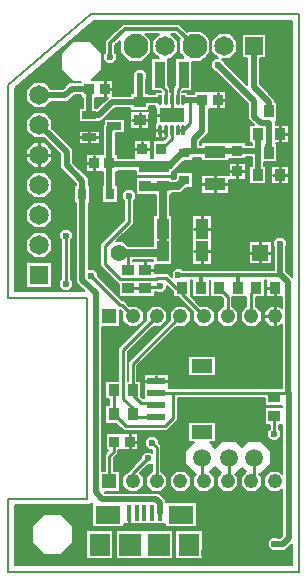
<source format=gbr>
G04 PROTEUS GERBER X2 FILE*
%TF.GenerationSoftware,Labcenter,Proteus,8.16-SP3-Build36097*%
%TF.CreationDate,2024-09-26T16:34:03+00:00*%
%TF.FileFunction,Copper,L2,Bot*%
%TF.FilePolarity,Positive*%
%TF.Part,Single*%
%TF.SameCoordinates,{f118cff8-fadb-4bc5-a17f-1c91f2e22e42}*%
%FSLAX45Y45*%
%MOMM*%
G01*
%TA.AperFunction,Conductor*%
%ADD10C,0.254000*%
%ADD11C,0.508000*%
%ADD42C,0.635000*%
%ADD43C,0.381000*%
%ADD12C,0.304800*%
%TA.AperFunction,ViaPad*%
%ADD14C,0.600000*%
%TA.AperFunction,Conductor*%
%ADD13C,0.203200*%
%TA.AperFunction,ComponentPad*%
%ADD17R,1.484920X1.484920*%
%ADD18C,2.100000*%
%TA.AperFunction,SMDPad,CuDef*%
%ADD20R,0.939800X0.990600*%
%TA.AperFunction,SMDPad,CuDef*%
%ADD70R,0.889000X1.016000*%
%AMPPAD038*
4,1,36,
-0.530000,-0.310000,
0.530000,-0.310000,
0.546120,-0.308370,
0.561130,-0.303710,
0.574720,-0.296330,
0.586560,-0.286560,
0.596330,-0.274720,
0.603710,-0.261130,
0.608370,-0.246120,
0.610000,-0.230000,
0.610000,0.230000,
0.608370,0.246120,
0.603710,0.261130,
0.596330,0.274720,
0.586560,0.286560,
0.574720,0.296330,
0.561130,0.303710,
0.546120,0.308370,
0.530000,0.310000,
-0.530000,0.310000,
-0.546120,0.308370,
-0.561130,0.303710,
-0.574720,0.296330,
-0.586560,0.286560,
-0.596330,0.274720,
-0.603710,0.261130,
-0.608370,0.246120,
-0.610000,0.230000,
-0.610000,-0.230000,
-0.608370,-0.246120,
-0.603710,-0.261130,
-0.596330,-0.274720,
-0.586560,-0.286560,
-0.574720,-0.296330,
-0.561130,-0.303710,
-0.546120,-0.308370,
-0.530000,-0.310000,
0*%
%ADD44PPAD038*%
%TA.AperFunction,SMDPad,CuDef*%
%ADD21R,0.810000X0.940000*%
%TA.AperFunction,ComponentPad*%
%ADD72C,1.397000*%
%ADD73R,1.397000X1.397000*%
%TA.AperFunction,SMDPad,CuDef*%
%ADD22R,0.889000X0.889000*%
%ADD71R,0.990600X0.939800*%
%ADD45R,1.130000X1.720000*%
%ADD46R,0.900000X0.800000*%
%AMPPAD041*
4,1,23,
0.150000,-0.400000,
0.150000,0.250000,
0.149230,0.265330,
0.146950,0.280230,
0.138210,0.308380,
0.124380,0.333860,
0.106060,0.356060,
0.083860,0.374380,
0.058380,0.388210,
0.030230,0.396950,
0.015330,0.399230,
0.000000,0.400000,
-0.015330,0.399230,
-0.030230,0.396950,
-0.058380,0.388210,
-0.083860,0.374380,
-0.106060,0.356060,
-0.124380,0.333860,
-0.138210,0.308380,
-0.146950,0.280230,
-0.149230,0.265330,
-0.150000,0.250000,
-0.150000,-0.400000,
0.150000,-0.400000,
0*%
%TA.AperFunction,SMDPad,CuDef*%
%ADD47PPAD041*%
%AMPPAD042*
4,1,23,
-0.150000,0.400000,
-0.150000,-0.250000,
-0.149230,-0.265330,
-0.146950,-0.280230,
-0.138210,-0.308380,
-0.124380,-0.333860,
-0.106060,-0.356060,
-0.083860,-0.374380,
-0.058380,-0.388210,
-0.030230,-0.396950,
-0.015330,-0.399230,
0.000000,-0.400000,
0.015330,-0.399230,
0.030230,-0.396950,
0.058380,-0.388210,
0.083860,-0.374380,
0.106060,-0.356060,
0.124380,-0.333860,
0.138210,-0.308380,
0.146950,-0.280230,
0.149230,-0.265330,
0.150000,-0.250000,
0.150000,0.400000,
-0.150000,0.400000,
0*%
%ADD48PPAD042*%
%ADD49R,2.100000X1.300000*%
%TA.AperFunction,SMDPad,CuDef*%
%ADD50R,1.020000X0.960120*%
%ADD51R,0.900000X0.950000*%
%ADD52R,1.820000X1.050000*%
%TA.AperFunction,ComponentPad*%
%ADD30R,1.270000X1.270000*%
%ADD31C,1.240000*%
%TA.AperFunction,SMDPad,CuDef*%
%ADD53R,0.850000X2.200000*%
%ADD54R,0.800000X0.900000*%
%TA.AperFunction,SMDPad,CuDef*%
%ADD55R,0.400000X1.350000*%
%ADD56R,2.100000X1.600000*%
%ADD57R,1.800000X1.900000*%
%ADD58R,1.900000X1.900000*%
%TA.AperFunction,OtherPad,Unknown*%
%ADD35C,1.650000*%
%TA.AperFunction,SMDPad,CuDef*%
%ADD59R,1.550000X0.600000*%
%ADD60R,1.800000X1.200000*%
%TA.AperFunction,FiducialPad,Global*%
%ADD61C,1.500000*%
%TA.AperFunction,WasherPad*%
%ADD37R,1.650000X1.650000*%
%TA.AperFunction,ComponentPad*%
%ADD38C,1.650000*%
%TA.AperFunction,Profile*%
%ADD41C,0.177800*%
%TD.AperFunction*%
%TA.AperFunction,Conductor*%
G36*
X+1731838Y+3109468D02*
X+1680984Y+3160322D01*
X+1680984Y+3367863D01*
X+1685584Y+3372463D01*
X+1685584Y+3420461D01*
X+1651644Y+3454401D01*
X+1603646Y+3454401D01*
X+1569706Y+3420461D01*
X+1569706Y+3372463D01*
X+1574306Y+3367863D01*
X+1574306Y+3172262D01*
X+805886Y+3172262D01*
X+791126Y+3187022D01*
X+743128Y+3187022D01*
X+709188Y+3153082D01*
X+709188Y+3114283D01*
X+676272Y+3147199D01*
X+568740Y+3147199D01*
X+565469Y+3143928D01*
X+565469Y+3216061D01*
X+717439Y+3216061D01*
X+717439Y+3636939D01*
X+693688Y+3636939D01*
X+693688Y+3811378D01*
X+711443Y+3811378D01*
X+711443Y+3826618D01*
X+790030Y+3826618D01*
X+832473Y+3869061D01*
X+888939Y+3869061D01*
X+888939Y+4004939D01*
X+743061Y+4004939D01*
X+743061Y+3948473D01*
X+740584Y+3945996D01*
X+711443Y+3945996D01*
X+711443Y+3961236D01*
X+556505Y+3961236D01*
X+556505Y+3960729D01*
X+406531Y+3960729D01*
X+406531Y+3810871D01*
X+561469Y+3810871D01*
X+561469Y+3811378D01*
X+574311Y+3811378D01*
X+574311Y+3636939D01*
X+548561Y+3636939D01*
X+548561Y+3377689D01*
X+340606Y+3377689D01*
X+302506Y+3415789D01*
X+241260Y+3415789D01*
X+388639Y+3563168D01*
X+388639Y+3757701D01*
X+405939Y+3775001D01*
X+405939Y+3822999D01*
X+371999Y+3856939D01*
X+324001Y+3856939D01*
X+290061Y+3822999D01*
X+290061Y+3775001D01*
X+307361Y+3757701D01*
X+307361Y+3596834D01*
X+106997Y+3396470D01*
X+106997Y+3205531D01*
X+255167Y+3057361D01*
X+264485Y+3057361D01*
X+264485Y+2944987D01*
X+87939Y+3121533D01*
X+87939Y+3145999D01*
X+53999Y+3179939D01*
X+8339Y+3179939D01*
X+8339Y+3743061D01*
X+22939Y+3743061D01*
X+22939Y+3888939D01*
X+8339Y+3888939D01*
X+8339Y+3947488D01*
X-124969Y+4080796D01*
X-124969Y+4196401D01*
X-290738Y+4362170D01*
X-299561Y+4370266D01*
X-299561Y+4443745D01*
X-364255Y+4508439D01*
X-455745Y+4508439D01*
X-520439Y+4443745D01*
X-520439Y+4352255D01*
X-455745Y+4287561D01*
X-367383Y+4287561D01*
X-364082Y+4284649D01*
X-231647Y+4152214D01*
X-231647Y+4036610D01*
X-98339Y+3903302D01*
X-98339Y+3888939D01*
X-112939Y+3888939D01*
X-112939Y+3743061D01*
X-98339Y+3743061D01*
X-98339Y+3064907D01*
X-27582Y+2994150D01*
X-614453Y+2994150D01*
X-614453Y+4710721D01*
X+49327Y+5279850D01*
X+1731838Y+5279850D01*
X+1731838Y+3109468D01*
G37*
%TD.AperFunction*%
%LPC*%
G36*
X+842530Y+5190534D02*
X+850935Y+5198939D01*
X+961065Y+5198939D01*
X+991819Y+5168185D01*
X+1008185Y+5168185D01*
X+1008185Y+5151819D01*
X+1038939Y+5121065D01*
X+1038939Y+5010935D01*
X+1008185Y+4980181D01*
X+1008185Y+4963815D01*
X+991819Y+4963815D01*
X+961065Y+4933061D01*
X+882439Y+4933061D01*
X+882439Y+4688061D01*
X+809533Y+4688061D01*
X+800639Y+4679167D01*
X+800639Y+4678939D01*
X+852939Y+4678939D01*
X+852939Y+4664339D01*
X+901561Y+4664339D01*
X+901561Y+4683939D01*
X+1172439Y+4683939D01*
X+1172439Y+4534061D01*
X+1023339Y+4534061D01*
X+1023339Y+4328436D01*
X+954183Y+4259280D01*
X+954183Y+4229339D01*
X+956061Y+4229339D01*
X+956061Y+4255439D01*
X+1193939Y+4255439D01*
X+1193939Y+4253389D01*
X+1337389Y+4253389D01*
X+1337389Y+4232154D01*
X+1386661Y+4232154D01*
X+1386661Y+4246761D01*
X+1367611Y+4246761D01*
X+1367611Y+4404239D01*
X+1403432Y+4404239D01*
X+1358462Y+4449209D01*
X+1358462Y+4582106D01*
X+1090092Y+4850476D01*
X+1080303Y+4850476D01*
X+1046363Y+4884416D01*
X+1046363Y+4932414D01*
X+1080303Y+4966354D01*
X+1099462Y+4966354D01*
X+1045561Y+5020255D01*
X+1045561Y+5111745D01*
X+1110255Y+5176439D01*
X+1201745Y+5176439D01*
X+1266439Y+5111745D01*
X+1266439Y+5020255D01*
X+1201745Y+4955561D01*
X+1139094Y+4955561D01*
X+1162241Y+4932414D01*
X+1162241Y+4929191D01*
X+1350661Y+4740771D01*
X+1350661Y+4963815D01*
X+1303815Y+4963815D01*
X+1303815Y+5168185D01*
X+1508185Y+5168185D01*
X+1508185Y+4963815D01*
X+1457339Y+4963815D01*
X+1457339Y+4744093D01*
X+1587319Y+4614113D01*
X+1587319Y+4594739D01*
X+1606369Y+4594739D01*
X+1606369Y+4437261D01*
X+1589838Y+4437261D01*
X+1589838Y+4404239D01*
X+1700349Y+4404239D01*
X+1700349Y+4246761D01*
X+1589838Y+4246761D01*
X+1589838Y+4245239D01*
X+1606369Y+4245239D01*
X+1606369Y+4087761D01*
X+1493339Y+4087761D01*
X+1493339Y+4054739D01*
X+1512389Y+4054739D01*
X+1512389Y+3897261D01*
X+1367611Y+3897261D01*
X+1367611Y+4054739D01*
X+1386661Y+4054739D01*
X+1386661Y+4125476D01*
X+1337389Y+4125476D01*
X+1337389Y+4108611D01*
X+1193939Y+4108611D01*
X+1193939Y+4094561D01*
X+956061Y+4094561D01*
X+956061Y+4122661D01*
X+888939Y+4122661D01*
X+888939Y+4099061D01*
X+813804Y+4099061D01*
X+728605Y+4013861D01*
X+728332Y+4013861D01*
X+720139Y+4005668D01*
X+711443Y+4005668D01*
X+711443Y+3971378D01*
X+561469Y+3971378D01*
X+561469Y+3970871D01*
X+406531Y+3970871D01*
X+406531Y+4013861D01*
X+252439Y+4013861D01*
X+252439Y+4001061D01*
X+237339Y+4001061D01*
X+237339Y+3888939D01*
X+252939Y+3888939D01*
X+252939Y+3743061D01*
X+117061Y+3743061D01*
X+117061Y+3888939D01*
X+130661Y+3888939D01*
X+130661Y+4001061D01*
X-18439Y+4001061D01*
X-18439Y+4150939D01*
X+129686Y+4150939D01*
X+129686Y+4403931D01*
X+136061Y+4410306D01*
X+136061Y+4448537D01*
X+313939Y+4448537D01*
X+313939Y+4330659D01*
X+236364Y+4330659D01*
X+236364Y+4150939D01*
X+252439Y+4150939D01*
X+252439Y+4120539D01*
X+389061Y+4120539D01*
X+389061Y+4269439D01*
X+534939Y+4269439D01*
X+534939Y+4120729D01*
X+549061Y+4120729D01*
X+549061Y+4269439D01*
X+639967Y+4269439D01*
X+663589Y+4293061D01*
X+567061Y+4293061D01*
X+567061Y+4428939D01*
X+577061Y+4428939D01*
X+577061Y+4543061D01*
X+567061Y+4543061D01*
X+567061Y+4556976D01*
X+518939Y+4556976D01*
X+518939Y+4520055D01*
X+361061Y+4520055D01*
X+361061Y+4542662D01*
X+230094Y+4542662D01*
X+118687Y+4431255D01*
X+99939Y+4431255D01*
X+99939Y+4425655D01*
X-77939Y+4425655D01*
X-77939Y+4543533D01*
X-42339Y+4543533D01*
X-42339Y+4631061D01*
X-58439Y+4631061D01*
X-58439Y+4653772D01*
X-112048Y+4653772D01*
X-167158Y+4598662D01*
X-189252Y+4598662D01*
X-307155Y+4598661D01*
X-364255Y+4541561D01*
X-455745Y+4541561D01*
X-520439Y+4606255D01*
X-520439Y+4697745D01*
X-455745Y+4762439D01*
X-364255Y+4762439D01*
X-307155Y+4705338D01*
X-211346Y+4705338D01*
X-156234Y+4760450D01*
X-58439Y+4760450D01*
X-58439Y+4766741D01*
X-125766Y+4766741D01*
X-227259Y+4868234D01*
X-227259Y+5011766D01*
X-125766Y+5113259D01*
X+17766Y+5113259D01*
X+119259Y+5011766D01*
X+119259Y+4868234D01*
X+31964Y+4780939D01*
X+212439Y+4780939D01*
X+212439Y+4649338D01*
X+361061Y+4649338D01*
X+361061Y+4671945D01*
X+386661Y+4671945D01*
X+386661Y+4787401D01*
X+382061Y+4792001D01*
X+382061Y+4839999D01*
X+416001Y+4873939D01*
X+463999Y+4873939D01*
X+497939Y+4839999D01*
X+497939Y+4792001D01*
X+493339Y+4787401D01*
X+493339Y+4671945D01*
X+518939Y+4671945D01*
X+518939Y+4663654D01*
X+567061Y+4663654D01*
X+567061Y+4678939D01*
X+619361Y+4678939D01*
X+619361Y+4679167D01*
X+610467Y+4688061D01*
X+537561Y+4688061D01*
X+537561Y+4963939D01*
X+601877Y+4963939D01*
X+545561Y+5020255D01*
X+545561Y+5111745D01*
X+606637Y+5172821D01*
X+487183Y+5172821D01*
X+538939Y+5121065D01*
X+538939Y+5010935D01*
X+461065Y+4933061D01*
X+350935Y+4933061D01*
X+273061Y+5010935D01*
X+273061Y+5114686D01*
X+233875Y+5075500D01*
X+233875Y+5012063D01*
X+248635Y+4997303D01*
X+248635Y+4949305D01*
X+214695Y+4915365D01*
X+166697Y+4915365D01*
X+132757Y+4949305D01*
X+132757Y+4997303D01*
X+147517Y+5012063D01*
X+147517Y+5111270D01*
X+295426Y+5259179D01*
X+773885Y+5259179D01*
X+842530Y+5190534D01*
G37*
G36*
X+1700349Y+3897261D02*
X+1555571Y+3897261D01*
X+1555571Y+4054739D01*
X+1700349Y+4054739D01*
X+1700349Y+3897261D01*
G37*
G36*
X+99939Y+4235663D02*
X-77939Y+4235663D01*
X-77939Y+4353541D01*
X+99939Y+4353541D01*
X+99939Y+4235663D01*
G37*
G36*
X+1559789Y+3220211D02*
X+1364211Y+3220211D01*
X+1364211Y+3415789D01*
X+1559789Y+3415789D01*
X+1559789Y+3220211D01*
G37*
G36*
X+1337389Y+3935891D02*
X+1193939Y+3935891D01*
X+1193939Y+3816561D01*
X+956061Y+3816561D01*
X+956061Y+3977439D01*
X+1192611Y+3977439D01*
X+1192611Y+4080669D01*
X+1337389Y+4080669D01*
X+1337389Y+3935891D01*
G37*
G36*
X+1055439Y+3409061D02*
X+1055439Y+3216061D01*
X+886561Y+3216061D01*
X+886561Y+3636939D01*
X+1055439Y+3636939D01*
X+1055439Y+3409061D01*
G37*
G36*
X+565375Y+4515972D02*
X+565375Y+4495128D01*
X+550637Y+4480390D01*
X+529793Y+4480390D01*
X+518939Y+4491244D01*
X+518939Y+4364055D01*
X+361061Y+4364055D01*
X+361061Y+4515945D01*
X+515055Y+4515945D01*
X+515055Y+4515972D01*
X+529793Y+4530710D01*
X+550637Y+4530710D01*
X+565375Y+4515972D01*
G37*
G36*
X-476840Y+3272422D02*
X-476840Y+3251578D01*
X-489979Y+3238439D01*
X-299561Y+3238439D01*
X-299561Y+3017561D01*
X-520439Y+3017561D01*
X-520439Y+3238439D01*
X-514021Y+3238439D01*
X-527160Y+3251578D01*
X-527160Y+3272422D01*
X-512422Y+3287160D01*
X-491578Y+3287160D01*
X-476840Y+3272422D01*
G37*
G36*
X-364255Y+3271561D02*
X-455745Y+3271561D01*
X-520439Y+3336255D01*
X-520439Y+3427745D01*
X-455745Y+3492439D01*
X-364255Y+3492439D01*
X-299561Y+3427745D01*
X-299561Y+3336255D01*
X-364255Y+3271561D01*
G37*
G36*
X-364255Y+3525561D02*
X-455745Y+3525561D01*
X-520439Y+3590255D01*
X-520439Y+3681745D01*
X-455745Y+3746439D01*
X-364255Y+3746439D01*
X-299561Y+3681745D01*
X-299561Y+3590255D01*
X-364255Y+3525561D01*
G37*
G36*
X-364255Y+3779561D02*
X-455745Y+3779561D01*
X-520439Y+3844255D01*
X-520439Y+3935745D01*
X-455745Y+4000439D01*
X-364255Y+4000439D01*
X-299561Y+3935745D01*
X-299561Y+3844255D01*
X-364255Y+3779561D01*
G37*
G36*
X-364255Y+4033561D02*
X-455745Y+4033561D01*
X-520439Y+4098255D01*
X-520439Y+4189745D01*
X-455745Y+4254439D01*
X-364255Y+4254439D01*
X-299561Y+4189745D01*
X-299561Y+4098255D01*
X-364255Y+4033561D01*
G37*
G36*
X-533413Y+3513328D02*
X-533413Y+3534172D01*
X-518675Y+3548910D01*
X-497831Y+3548910D01*
X-483093Y+3534172D01*
X-483093Y+3513328D01*
X-497831Y+3498590D01*
X-518675Y+3498590D01*
X-533413Y+3513328D01*
G37*
G36*
X-533413Y+3725728D02*
X-533413Y+3746572D01*
X-518675Y+3761310D01*
X-497831Y+3761310D01*
X-483093Y+3746572D01*
X-483093Y+3725728D01*
X-497831Y+3710990D01*
X-518675Y+3710990D01*
X-533413Y+3725728D01*
G37*
G36*
X+71019Y+5163228D02*
X+71019Y+5184072D01*
X+85757Y+5198810D01*
X+106601Y+5198810D01*
X+121339Y+5184072D01*
X+121339Y+5163228D01*
X+106601Y+5148490D01*
X+85757Y+5148490D01*
X+71019Y+5163228D01*
G37*
G36*
X+1557819Y+5163228D02*
X+1557819Y+5184072D01*
X+1572557Y+5198810D01*
X+1593401Y+5198810D01*
X+1608139Y+5184072D01*
X+1608139Y+5163228D01*
X+1593401Y+5148490D01*
X+1572557Y+5148490D01*
X+1557819Y+5163228D01*
G37*
G36*
X+1628840Y+3679578D02*
X+1628840Y+3700422D01*
X+1643578Y+3715160D01*
X+1664422Y+3715160D01*
X+1679160Y+3700422D01*
X+1679160Y+3679578D01*
X+1664422Y+3664840D01*
X+1643578Y+3664840D01*
X+1628840Y+3679578D01*
G37*
G36*
X-66945Y+4187128D02*
X-66945Y+4207972D01*
X-52207Y+4222710D01*
X-31363Y+4222710D01*
X-16625Y+4207972D01*
X-16625Y+4187128D01*
X-31363Y+4172390D01*
X-52207Y+4172390D01*
X-66945Y+4187128D01*
G37*
G36*
X+1093055Y+4449128D02*
X+1093055Y+4469972D01*
X+1107793Y+4484710D01*
X+1128637Y+4484710D01*
X+1143375Y+4469972D01*
X+1143375Y+4449128D01*
X+1128637Y+4434390D01*
X+1107793Y+4434390D01*
X+1093055Y+4449128D01*
G37*
G36*
X-245160Y+3923578D02*
X-245160Y+3944422D01*
X-230422Y+3959160D01*
X-209578Y+3959160D01*
X-194840Y+3944422D01*
X-194840Y+3923578D01*
X-209578Y+3908840D01*
X-230422Y+3908840D01*
X-245160Y+3923578D01*
G37*
G36*
X-533413Y+4005728D02*
X-533413Y+4026572D01*
X-518675Y+4041310D01*
X-497831Y+4041310D01*
X-483093Y+4026572D01*
X-483093Y+4005728D01*
X-497831Y+3990990D01*
X-518675Y+3990990D01*
X-533413Y+4005728D01*
G37*
G36*
X-535413Y+4255728D02*
X-535413Y+4276572D01*
X-520675Y+4291310D01*
X-499831Y+4291310D01*
X-485093Y+4276572D01*
X-485093Y+4255728D01*
X-499831Y+4240990D01*
X-520675Y+4240990D01*
X-535413Y+4255728D01*
G37*
G36*
X-537413Y+4519728D02*
X-537413Y+4540572D01*
X-522675Y+4555310D01*
X-501831Y+4555310D01*
X-487093Y+4540572D01*
X-487093Y+4519728D01*
X-501831Y+4504990D01*
X-522675Y+4504990D01*
X-537413Y+4519728D01*
G37*
G36*
X+1626587Y+4855728D02*
X+1626587Y+4876572D01*
X+1641325Y+4891310D01*
X+1662169Y+4891310D01*
X+1676907Y+4876572D01*
X+1676907Y+4855728D01*
X+1662169Y+4840990D01*
X+1641325Y+4840990D01*
X+1626587Y+4855728D01*
G37*
G36*
X+1018587Y+5197728D02*
X+1018587Y+5218572D01*
X+1033325Y+5233310D01*
X+1054169Y+5233310D01*
X+1068907Y+5218572D01*
X+1068907Y+5197728D01*
X+1054169Y+5182990D01*
X+1033325Y+5182990D01*
X+1018587Y+5197728D01*
G37*
G36*
X+1254587Y+5195728D02*
X+1254587Y+5216572D01*
X+1269325Y+5231310D01*
X+1290169Y+5231310D01*
X+1304907Y+5216572D01*
X+1304907Y+5195728D01*
X+1290169Y+5180990D01*
X+1269325Y+5180990D01*
X+1254587Y+5195728D01*
G37*
G36*
X+294587Y+3907728D02*
X+294587Y+3928572D01*
X+309325Y+3943310D01*
X+330169Y+3943310D01*
X+344907Y+3928572D01*
X+344907Y+3907728D01*
X+330169Y+3892990D01*
X+309325Y+3892990D01*
X+294587Y+3907728D01*
G37*
G36*
X+250587Y+4701728D02*
X+250587Y+4722572D01*
X+265325Y+4737310D01*
X+286169Y+4737310D01*
X+300907Y+4722572D01*
X+300907Y+4701728D01*
X+286169Y+4686990D01*
X+265325Y+4686990D01*
X+250587Y+4701728D01*
G37*
G36*
X-127729Y+3488571D02*
X-127729Y+3440573D01*
X-145029Y+3423273D01*
X-145029Y+3096967D01*
X-128061Y+3079999D01*
X-128061Y+3032001D01*
X-162001Y+2998061D01*
X-209999Y+2998061D01*
X-243939Y+3032001D01*
X-243939Y+3079999D01*
X-226307Y+3097631D01*
X-226307Y+3423273D01*
X-243607Y+3440573D01*
X-243607Y+3488571D01*
X-209667Y+3522511D01*
X-161669Y+3522511D01*
X-127729Y+3488571D01*
G37*
G36*
X+813255Y+3243185D02*
X+813255Y+3264029D01*
X+827993Y+3278767D01*
X+848837Y+3278767D01*
X+863575Y+3264029D01*
X+863575Y+3243185D01*
X+848837Y+3228447D01*
X+827993Y+3228447D01*
X+813255Y+3243185D01*
G37*
G36*
X+1371255Y+3457185D02*
X+1371255Y+3478029D01*
X+1385993Y+3492767D01*
X+1406837Y+3492767D01*
X+1421575Y+3478029D01*
X+1421575Y+3457185D01*
X+1406837Y+3442447D01*
X+1385993Y+3442447D01*
X+1371255Y+3457185D01*
G37*
G36*
X+1322840Y+3187578D02*
X+1322840Y+3208422D01*
X+1337578Y+3223160D01*
X+1358422Y+3223160D01*
X+1373160Y+3208422D01*
X+1373160Y+3187578D01*
X+1358422Y+3172840D01*
X+1337578Y+3172840D01*
X+1322840Y+3187578D01*
G37*
G36*
X+898587Y+4015728D02*
X+898587Y+4036572D01*
X+913325Y+4051310D01*
X+934169Y+4051310D01*
X+948907Y+4036572D01*
X+948907Y+4015728D01*
X+934169Y+4000990D01*
X+913325Y+4000990D01*
X+898587Y+4015728D01*
G37*
G36*
X+1626840Y+4569578D02*
X+1626840Y+4590422D01*
X+1641578Y+4605160D01*
X+1662422Y+4605160D01*
X+1677160Y+4590422D01*
X+1677160Y+4569578D01*
X+1662422Y+4554840D01*
X+1641578Y+4554840D01*
X+1626840Y+4569578D01*
G37*
G36*
X+1626840Y+4195578D02*
X+1626840Y+4216422D01*
X+1641578Y+4231160D01*
X+1662422Y+4231160D01*
X+1677160Y+4216422D01*
X+1677160Y+4195578D01*
X+1662422Y+4180840D01*
X+1641578Y+4180840D01*
X+1626840Y+4195578D01*
G37*
%LPD*%
%TA.AperFunction,Conductor*%
G36*
X+781466Y+5129470D02*
X+773061Y+5121065D01*
X+773061Y+5010935D01*
X+803815Y+4980181D01*
X+803815Y+4963939D01*
X+741561Y+4963939D01*
X+741561Y+4735033D01*
X+719361Y+4712833D01*
X+719361Y+4678939D01*
X+700639Y+4678939D01*
X+700639Y+4712833D01*
X+678439Y+4735032D01*
X+678439Y+4955561D01*
X+701745Y+4955561D01*
X+766439Y+5020255D01*
X+766439Y+5111745D01*
X+705363Y+5172821D01*
X+738115Y+5172821D01*
X+781466Y+5129470D01*
G37*
%TD.AperFunction*%
%TA.AperFunction,Conductor*%
G36*
X+80101Y+4543533D02*
X+64339Y+4543533D01*
X+64339Y+4631061D01*
X+167629Y+4631061D01*
X+80101Y+4543533D01*
G37*
%TD.AperFunction*%
%TA.AperFunction,Conductor*%
G36*
X+1508071Y+2940531D02*
X+1645214Y+2940531D01*
X+1645214Y+2846983D01*
X+1620581Y+2871616D01*
X+1546073Y+2871616D01*
X+1493388Y+2818931D01*
X+1493388Y+2744423D01*
X+1546073Y+2691738D01*
X+1620581Y+2691738D01*
X+1645214Y+2716371D01*
X+1645214Y+2170639D01*
X+685439Y+2170639D01*
X+685439Y+2287939D01*
X+474561Y+2287939D01*
X+474561Y+2084961D01*
X+470218Y+2084961D01*
X+454929Y+2100249D01*
X+454929Y+2232469D01*
X+420639Y+2232469D01*
X+420639Y+2361517D01*
X+750860Y+2691738D01*
X+820581Y+2691738D01*
X+873266Y+2744423D01*
X+873266Y+2818931D01*
X+820581Y+2871616D01*
X+746073Y+2871616D01*
X+693388Y+2818931D01*
X+693388Y+2749210D01*
X+339361Y+2395183D01*
X+339361Y+2232469D01*
X+338180Y+2232469D01*
X+338180Y+2479058D01*
X+550860Y+2691738D01*
X+620581Y+2691738D01*
X+673266Y+2744423D01*
X+673266Y+2818931D01*
X+620581Y+2871616D01*
X+546073Y+2871616D01*
X+493388Y+2818931D01*
X+493388Y+2749210D01*
X+256902Y+2512724D01*
X+256902Y+2232469D01*
X+145071Y+2232469D01*
X+145071Y+2077531D01*
X+179361Y+2077531D01*
X+179361Y+2027469D01*
X+145071Y+2027469D01*
X+145071Y+1872531D01*
X+239997Y+1872531D01*
X+303167Y+1809361D01*
X+672218Y+1809361D01*
X+762662Y+1899805D01*
X+762662Y+2089361D01*
X+1496531Y+2089361D01*
X+1496531Y+2019071D01*
X+1646661Y+2019071D01*
X+1646661Y+2008929D01*
X+1496531Y+2008929D01*
X+1496531Y+1859071D01*
X+1539179Y+1859071D01*
X+1539179Y+1822710D01*
X+1521879Y+1805410D01*
X+1521879Y+1757412D01*
X+1555819Y+1723472D01*
X+1603817Y+1723472D01*
X+1637757Y+1757412D01*
X+1637757Y+1805410D01*
X+1620457Y+1822710D01*
X+1620457Y+1859071D01*
X+1646661Y+1859071D01*
X+1646661Y+1445919D01*
X+1620581Y+1471999D01*
X+1546073Y+1471999D01*
X+1493388Y+1419314D01*
X+1493388Y+1344806D01*
X+1546073Y+1292121D01*
X+1620581Y+1292121D01*
X+1646661Y+1318201D01*
X+1646661Y+922093D01*
X+1627907Y+903339D01*
X+1608599Y+903339D01*
X+1603999Y+907939D01*
X+1556001Y+907939D01*
X+1522061Y+873999D01*
X+1522061Y+826001D01*
X+1556001Y+792061D01*
X+1603999Y+792061D01*
X+1608599Y+796661D01*
X+1672093Y+796661D01*
X+1731838Y+856406D01*
X+1731838Y+673150D01*
X-614850Y+673150D01*
X-614850Y+1178851D01*
X+17702Y+1178851D01*
X+37061Y+1198210D01*
X+37061Y+994061D01*
X+302939Y+994061D01*
X+302939Y+1019561D01*
X+657061Y+1019561D01*
X+657061Y+994061D01*
X+922939Y+994061D01*
X+922939Y+1209939D01*
X+663339Y+1209939D01*
X+663339Y+1223610D01*
X+599610Y+1287339D01*
X+145481Y+1287339D01*
X+142199Y+1290621D01*
X+274766Y+1290621D01*
X+274766Y+1473499D01*
X+223966Y+1473499D01*
X+223966Y+1582037D01*
X+259858Y+1617929D01*
X+259858Y+1645061D01*
X+422439Y+1645061D01*
X+422439Y+1794939D01*
X+151561Y+1794939D01*
X+151561Y+1645061D01*
X+172046Y+1645061D01*
X+142688Y+1615703D01*
X+142688Y+1473499D01*
X+121339Y+1473499D01*
X+121339Y+2690238D01*
X+274766Y+2690238D01*
X+274766Y+2832766D01*
X+293388Y+2814144D01*
X+293388Y+2744423D01*
X+346073Y+2691738D01*
X+420581Y+2691738D01*
X+473266Y+2744423D01*
X+473266Y+2818931D01*
X+420581Y+2871616D01*
X+350860Y+2871616D01*
X+306087Y+2916389D01*
X+293083Y+2916389D01*
X+268401Y+2941071D01*
X+565469Y+2941071D01*
X+565469Y+2988291D01*
X+576570Y+2988291D01*
X+589980Y+2974881D01*
X+637978Y+2974881D01*
X+671918Y+3008821D01*
X+671918Y+3036609D01*
X+722071Y+2986456D01*
X+722071Y+2940531D01*
X+767001Y+2940531D01*
X+893388Y+2814144D01*
X+893388Y+2744423D01*
X+946073Y+2691738D01*
X+1020581Y+2691738D01*
X+1073266Y+2744423D01*
X+1073266Y+2818931D01*
X+1020581Y+2871616D01*
X+950860Y+2871616D01*
X+871929Y+2950547D01*
X+871929Y+3085904D01*
X+882071Y+3085904D01*
X+882071Y+2940531D01*
X+1031929Y+2940531D01*
X+1031929Y+3085904D01*
X+1035071Y+3085904D01*
X+1035071Y+2940531D01*
X+1129997Y+2940531D01*
X+1142686Y+2927842D01*
X+1142686Y+2868231D01*
X+1093386Y+2818931D01*
X+1093386Y+2744423D01*
X+1146071Y+2691738D01*
X+1220579Y+2691738D01*
X+1273264Y+2744423D01*
X+1273264Y+2818931D01*
X+1223964Y+2868231D01*
X+1223964Y+2940531D01*
X+1342688Y+2940531D01*
X+1342688Y+2868231D01*
X+1293388Y+2818931D01*
X+1293388Y+2744423D01*
X+1346073Y+2691738D01*
X+1420581Y+2691738D01*
X+1473266Y+2744423D01*
X+1473266Y+2818931D01*
X+1423966Y+2868231D01*
X+1423966Y+2940531D01*
X+1497929Y+2940531D01*
X+1497929Y+3085904D01*
X+1508071Y+3085904D01*
X+1508071Y+2940531D01*
G37*
%TD.AperFunction*%
%LPC*%
G36*
X+604154Y+1733784D02*
X+604154Y+1709318D01*
X+623966Y+1689506D01*
X+623966Y+1468614D01*
X+673266Y+1419314D01*
X+673266Y+1344806D01*
X+620581Y+1292121D01*
X+546073Y+1292121D01*
X+493388Y+1344806D01*
X+493388Y+1419314D01*
X+542688Y+1468614D01*
X+542688Y+1530516D01*
X+531499Y+1519327D01*
X+507033Y+1519327D01*
X+440143Y+1452437D01*
X+473266Y+1419314D01*
X+473266Y+1344806D01*
X+420581Y+1292121D01*
X+346073Y+1292121D01*
X+293388Y+1344806D01*
X+293388Y+1419314D01*
X+345652Y+1471578D01*
X+346263Y+1473501D01*
X+449561Y+1576799D01*
X+449561Y+1601265D01*
X+483501Y+1635205D01*
X+531499Y+1635205D01*
X+542688Y+1624016D01*
X+542688Y+1651846D01*
X+522216Y+1651846D01*
X+488276Y+1685786D01*
X+488276Y+1733784D01*
X+522216Y+1767724D01*
X+570214Y+1767724D01*
X+604154Y+1733784D01*
G37*
G36*
X+873266Y+1419314D02*
X+873266Y+1344806D01*
X+820581Y+1292121D01*
X+746073Y+1292121D01*
X+693388Y+1344806D01*
X+693388Y+1419314D01*
X+746073Y+1471999D01*
X+820581Y+1471999D01*
X+873266Y+1419314D01*
G37*
G36*
X+1085433Y+1712061D02*
X+1033806Y+1712061D01*
X+1080000Y+1665867D01*
X+1137632Y+1723499D01*
X+1252368Y+1723499D01*
X+1302500Y+1673367D01*
X+1352632Y+1723499D01*
X+1467368Y+1723499D01*
X+1548499Y+1642368D01*
X+1548499Y+1527632D01*
X+1467368Y+1446501D01*
X+1450639Y+1446501D01*
X+1450639Y+1441941D01*
X+1473266Y+1419314D01*
X+1473266Y+1344806D01*
X+1420581Y+1292121D01*
X+1346073Y+1292121D01*
X+1293388Y+1344806D01*
X+1293388Y+1419314D01*
X+1336603Y+1462529D01*
X+1302499Y+1496632D01*
X+1252368Y+1446501D01*
X+1246077Y+1446501D01*
X+1273264Y+1419314D01*
X+1273264Y+1344806D01*
X+1220579Y+1292121D01*
X+1146071Y+1292121D01*
X+1093386Y+1344806D01*
X+1093386Y+1419314D01*
X+1129102Y+1455030D01*
X+1079999Y+1504132D01*
X+1034223Y+1458356D01*
X+1073266Y+1419314D01*
X+1073266Y+1344806D01*
X+1020581Y+1292121D01*
X+946073Y+1292121D01*
X+893388Y+1344806D01*
X+893388Y+1419314D01*
X+920575Y+1446501D01*
X+907632Y+1446501D01*
X+826501Y+1527632D01*
X+826501Y+1642368D01*
X+896194Y+1712061D01*
X+849555Y+1712061D01*
X+849555Y+1887939D01*
X+1085433Y+1887939D01*
X+1085433Y+1712061D01*
G37*
G36*
X+977939Y+804432D02*
X+978017Y+804510D01*
X+998861Y+804510D01*
X+1013599Y+789772D01*
X+1013599Y+768928D01*
X+998861Y+754190D01*
X+978017Y+754190D01*
X+977939Y+754268D01*
X+977939Y+724061D01*
X+742061Y+724061D01*
X+742061Y+969939D01*
X+977939Y+969939D01*
X+977939Y+804432D01*
G37*
G36*
X+722939Y+724061D02*
X+237061Y+724061D01*
X+237061Y+969939D01*
X+722939Y+969939D01*
X+722939Y+724061D01*
G37*
G36*
X-17939Y+969939D02*
X+217939Y+969939D01*
X+217939Y+724061D01*
X-17939Y+724061D01*
X-17939Y+969939D01*
G37*
G36*
X+849555Y+2272061D02*
X+849555Y+2447939D01*
X+1085433Y+2447939D01*
X+1085433Y+2272061D01*
X+849555Y+2272061D01*
G37*
G36*
X-475259Y+858234D02*
X-475259Y+1001766D01*
X-373766Y+1103259D01*
X-230234Y+1103259D01*
X-128741Y+1001766D01*
X-128741Y+858234D01*
X-230234Y+756741D01*
X-373766Y+756741D01*
X-475259Y+858234D01*
G37*
G36*
X+1388079Y+768928D02*
X+1388079Y+789772D01*
X+1402817Y+804510D01*
X+1423661Y+804510D01*
X+1438399Y+789772D01*
X+1438399Y+768928D01*
X+1423661Y+754190D01*
X+1402817Y+754190D01*
X+1388079Y+768928D01*
G37*
G36*
X+1175679Y+768928D02*
X+1175679Y+789772D01*
X+1190417Y+804510D01*
X+1211261Y+804510D01*
X+1225999Y+789772D01*
X+1225999Y+768928D01*
X+1211261Y+754190D01*
X+1190417Y+754190D01*
X+1175679Y+768928D01*
G37*
G36*
X-98721Y+768928D02*
X-98721Y+789772D01*
X-83983Y+804510D01*
X-63139Y+804510D01*
X-48401Y+789772D01*
X-48401Y+768928D01*
X-63139Y+754190D01*
X-83983Y+754190D01*
X-98721Y+768928D01*
G37*
G36*
X-523521Y+768928D02*
X-523521Y+789772D01*
X-508783Y+804510D01*
X-487939Y+804510D01*
X-473201Y+789772D01*
X-473201Y+768928D01*
X-487939Y+754190D01*
X-508783Y+754190D01*
X-523521Y+768928D01*
G37*
G36*
X-533810Y+981078D02*
X-533810Y+1001922D01*
X-519072Y+1016660D01*
X-498228Y+1016660D01*
X-483490Y+1001922D01*
X-483490Y+981078D01*
X-498228Y+966340D01*
X-519072Y+966340D01*
X-533810Y+981078D01*
G37*
G36*
X-125124Y+1062229D02*
X-125124Y+1083073D01*
X-110386Y+1097811D01*
X-89542Y+1097811D01*
X-74804Y+1083073D01*
X-74804Y+1062229D01*
X-89542Y+1047491D01*
X-110386Y+1047491D01*
X-125124Y+1062229D01*
G37*
G36*
X+134840Y+1823578D02*
X+134840Y+1844422D01*
X+149578Y+1859160D01*
X+170422Y+1859160D01*
X+185160Y+1844422D01*
X+185160Y+1823578D01*
X+170422Y+1808840D01*
X+149578Y+1808840D01*
X+134840Y+1823578D01*
G37*
G36*
X+132220Y+2376434D02*
X+132220Y+2397278D01*
X+146958Y+2412016D01*
X+167802Y+2412016D01*
X+182540Y+2397278D01*
X+182540Y+2376434D01*
X+167802Y+2361696D01*
X+146958Y+2361696D01*
X+132220Y+2376434D01*
G37*
G36*
X+132220Y+2588834D02*
X+132220Y+2609678D01*
X+146958Y+2624416D01*
X+167802Y+2624416D01*
X+182540Y+2609678D01*
X+182540Y+2588834D01*
X+167802Y+2574096D01*
X+146958Y+2574096D01*
X+132220Y+2588834D01*
G37*
G36*
X+1355255Y+1895299D02*
X+1355255Y+1916143D01*
X+1369993Y+1930881D01*
X+1390837Y+1930881D01*
X+1405575Y+1916143D01*
X+1405575Y+1895299D01*
X+1390837Y+1880561D01*
X+1369993Y+1880561D01*
X+1355255Y+1895299D01*
G37*
G36*
X+1355255Y+2263185D02*
X+1355255Y+2284029D01*
X+1369993Y+2298767D01*
X+1390837Y+2298767D01*
X+1405575Y+2284029D01*
X+1405575Y+2263185D01*
X+1390837Y+2248447D01*
X+1369993Y+2248447D01*
X+1355255Y+2263185D01*
G37*
G36*
X+1461455Y+2447128D02*
X+1461455Y+2467972D01*
X+1476193Y+2482710D01*
X+1497037Y+2482710D01*
X+1511775Y+2467972D01*
X+1511775Y+2447128D01*
X+1497037Y+2432390D01*
X+1476193Y+2432390D01*
X+1461455Y+2447128D01*
G37*
G36*
X+1285093Y+1089428D02*
X+1285093Y+1110272D01*
X+1299831Y+1125010D01*
X+1320675Y+1125010D01*
X+1335413Y+1110272D01*
X+1335413Y+1089428D01*
X+1320675Y+1074690D01*
X+1299831Y+1074690D01*
X+1285093Y+1089428D01*
G37*
G36*
X+1286840Y+993578D02*
X+1286840Y+1014422D01*
X+1301578Y+1029160D01*
X+1322422Y+1029160D01*
X+1337160Y+1014422D01*
X+1337160Y+993578D01*
X+1322422Y+978840D01*
X+1301578Y+978840D01*
X+1286840Y+993578D01*
G37*
G36*
X+668840Y+1579578D02*
X+668840Y+1600422D01*
X+683578Y+1615160D01*
X+704422Y+1615160D01*
X+719160Y+1600422D01*
X+719160Y+1579578D01*
X+704422Y+1564840D01*
X+683578Y+1564840D01*
X+668840Y+1579578D01*
G37*
G36*
X+1251339Y+2444844D02*
X+1251339Y+2465688D01*
X+1266077Y+2480426D01*
X+1286921Y+2480426D01*
X+1301659Y+2465688D01*
X+1301659Y+2444844D01*
X+1286921Y+2430106D01*
X+1266077Y+2430106D01*
X+1251339Y+2444844D01*
G37*
G36*
X+819255Y+1963185D02*
X+819255Y+1984029D01*
X+833993Y+1998767D01*
X+854837Y+1998767D01*
X+869575Y+1984029D01*
X+869575Y+1963185D01*
X+854837Y+1948447D01*
X+833993Y+1948447D01*
X+819255Y+1963185D01*
G37*
G36*
X+818840Y+2209578D02*
X+818840Y+2230422D01*
X+833578Y+2245160D01*
X+854422Y+2245160D01*
X+869160Y+2230422D01*
X+869160Y+2209578D01*
X+854422Y+2194840D01*
X+833578Y+2194840D01*
X+818840Y+2209578D01*
G37*
%LPD*%
%TA.AperFunction,Conductor*%
G36*
X+548561Y+3250929D02*
X+382593Y+3250929D01*
X+382593Y+3258311D01*
X+548561Y+3258311D01*
X+548561Y+3250929D01*
G37*
%TD.AperFunction*%
D10*
X+760000Y+4611000D02*
X+760000Y+4696000D01*
X+780000Y+4716000D01*
X+812000Y+4826000D01*
X+660000Y+4611000D02*
X+660000Y+4696000D01*
X+640000Y+4716000D01*
X+608000Y+4826000D01*
X+709234Y+4486000D02*
X+710000Y+4486000D01*
X+709234Y+4486000D02*
X+709234Y+4611000D01*
X+710000Y+4611000D01*
X+660000Y+4361000D02*
X+660001Y+4361000D01*
X+610001Y+4361000D02*
X+610000Y+4361000D01*
X+1536499Y+4241500D02*
X+1511098Y+4241500D01*
X+1511098Y+4166500D01*
X+1533980Y+4166500D01*
X+1533979Y+4166500D01*
D11*
X+1536499Y+4241500D02*
X+1536499Y+4169019D01*
X+1533980Y+4166500D01*
D10*
X+590000Y+4610315D02*
X+590000Y+4611000D01*
X+578542Y+4611000D01*
X+610000Y+4611000D01*
D11*
X+440000Y+4596000D02*
X+454315Y+4610315D01*
X+590000Y+4610315D01*
X+177250Y+4067200D02*
X+184000Y+4067200D01*
D10*
X+184000Y+4076000D02*
X+184000Y+4067200D01*
D11*
X+184000Y+3816000D01*
X+185000Y+3816000D01*
D10*
X+225000Y+4389598D02*
X+184000Y+4348598D01*
X+184000Y+4076000D01*
X+177250Y+4067200D02*
X+183025Y+4072975D01*
D11*
X+225000Y+4389598D02*
X+190785Y+4389598D01*
X+183025Y+4381838D01*
X+183025Y+4072975D01*
D10*
X+810000Y+4361000D02*
X+760000Y+4361000D01*
X+610000Y+4361000D02*
X+610000Y+4353501D01*
X+660000Y+4353501D01*
X+660000Y+4361000D01*
X+1104302Y+4908415D02*
X+1296717Y+4716000D01*
X+1300000Y+4716000D01*
D11*
X+1105611Y+4909724D02*
X+1106276Y+4909724D01*
X+1300000Y+4716000D01*
X+1411801Y+4604199D01*
X+1411801Y+4471302D01*
X+1463599Y+4419504D01*
X+1536499Y+4419504D01*
X+1536499Y+4241500D01*
X+1076000Y+4166000D02*
X+1075000Y+4166000D01*
X+1265000Y+4181000D02*
X+1267185Y+4178815D01*
X+1440000Y+4178815D01*
X+1440000Y+3976000D02*
X+1440000Y+4178815D01*
X+1440000Y+4325500D01*
D10*
X+580000Y+2130000D02*
X+527716Y+2130000D01*
X+580000Y+1930000D02*
X+400000Y+1930000D01*
X+380000Y+1950000D01*
X+580000Y+2030000D02*
X+565678Y+2044322D01*
X+453385Y+2044322D01*
X+380000Y+2117707D01*
X+380000Y+2155000D01*
X+380000Y+2378350D01*
X+783327Y+2781677D01*
X+220000Y+2155000D02*
X+220000Y+1950000D01*
X+965000Y+1585000D02*
X+965000Y+1400387D01*
X+983327Y+1382060D01*
X+1183325Y+1382060D02*
X+1195000Y+1393735D01*
X+1195000Y+1585000D01*
X+1410000Y+1585000D02*
X+1410000Y+1408733D01*
X+1383327Y+1382060D01*
D11*
X+816000Y+4167000D02*
X+815311Y+4166311D01*
X+815311Y+4166000D02*
X+815311Y+4166311D01*
D10*
X+710000Y+4361000D02*
X+712000Y+4361000D01*
X+712000Y+4284000D01*
X+622000Y+4194000D01*
D42*
X+633974Y+4046307D02*
X+633974Y+4038307D01*
X+484000Y+4038307D01*
X+484000Y+4045800D01*
D10*
X+815311Y+4166459D02*
X+816000Y+4167000D01*
D11*
X+815311Y+4166311D02*
X+815311Y+4166459D01*
X+815311Y+4176000D01*
D42*
X+816000Y+3937000D02*
X+765307Y+3886307D01*
X+633974Y+3886307D01*
X+484000Y+3885800D02*
X+484000Y+3878307D01*
X+633974Y+3878307D01*
D10*
X+1075000Y+4175000D02*
X+856000Y+4175000D01*
X+816311Y+4175000D01*
X+815311Y+4176000D01*
D11*
X+861000Y+4176000D01*
X+900000Y+4176000D02*
X+861000Y+4176000D01*
X+856000Y+4175000D01*
X+816000Y+4167000D01*
X+1265000Y+4181000D02*
X+1260000Y+4176000D01*
X+900000Y+4176000D01*
D43*
X+967000Y+4615000D02*
X+962396Y+4612723D01*
D10*
X+970000Y+4605000D02*
X+970000Y+4609000D01*
D11*
X+970000Y+4605000D02*
X+970000Y+4350529D01*
X+900844Y+4281373D01*
X+900844Y+4176844D01*
X+900000Y+4176000D01*
D43*
X+962396Y+4612723D02*
X+960673Y+4611000D01*
D10*
X+866000Y+4611000D02*
X+866000Y+4417000D01*
X+810000Y+4361000D01*
D11*
X+964000Y+4611000D02*
X+960673Y+4611000D01*
X+866000Y+4611000D01*
X+821723Y+4611000D01*
X+820000Y+4612723D01*
D10*
X+962396Y+4612723D02*
X+820000Y+4612723D01*
X+811723Y+4612723D01*
X+810000Y+4611000D01*
X+964000Y+4611000D02*
X+970000Y+4605000D01*
X+810000Y+4611000D02*
X+821723Y+4611000D01*
D11*
X+184000Y+4067200D02*
X+706511Y+4067200D01*
X+815311Y+4176000D01*
D10*
X+633974Y+4046307D02*
X+703306Y+4046307D01*
X+706511Y+4049512D01*
X+706511Y+4067200D01*
X+380000Y+1950000D02*
X+380000Y+2001793D01*
X+297541Y+2084252D01*
X+297541Y+2495891D01*
X+583327Y+2781677D01*
X+220000Y+1950000D02*
X+320000Y+1850000D01*
X+655385Y+1850000D01*
X+722023Y+1916638D01*
X+722023Y+2122977D01*
X+715000Y+2130000D01*
D11*
X+1100000Y+5066000D02*
X+1156000Y+5066000D01*
X+1396000Y+5066000D02*
X+1406000Y+5066000D01*
D10*
X+1383327Y+2781677D02*
X+1383327Y+2978327D01*
X+1423000Y+3018000D01*
X+1183325Y+2781677D02*
X+1183325Y+2944675D01*
X+1110000Y+3018000D01*
X+797000Y+3018000D02*
X+797000Y+2968004D01*
X+983327Y+2781677D01*
D11*
X+1627645Y+3396462D02*
X+1627645Y+3142000D01*
D12*
X+957000Y+3018000D02*
X+957000Y+3126083D01*
X+954000Y+3129083D01*
X+767127Y+3129083D02*
X+954000Y+3129083D01*
X+1270000Y+3018000D02*
X+1270000Y+3125842D01*
X+1273241Y+3129083D01*
X+954000Y+3129083D02*
X+1273241Y+3129083D01*
X+1614728Y+3129083D01*
X+1627645Y+3142000D01*
D11*
X+1627645Y+3138229D01*
X+1700000Y+2135106D02*
X+1700000Y+900000D01*
X+1650000Y+850000D01*
X+1580000Y+850000D01*
X+610000Y+1115000D02*
X+610000Y+1201517D01*
X+577517Y+1234000D01*
X+123388Y+1234000D01*
X+68000Y+1289388D01*
X+68000Y+2974000D01*
X-45000Y+3087000D01*
X-45000Y+3816000D01*
X-45000Y+3925395D01*
X-178308Y+4058703D01*
X-178308Y+4174308D01*
X-327500Y+4323500D01*
X-410000Y+4398000D01*
X+11000Y+4484594D02*
X+11000Y+4705000D01*
X+10000Y+4706000D01*
X+441760Y+4600817D02*
X+441761Y+4600818D01*
X+440000Y+4596000D01*
X+441761Y+4600818D01*
X+441760Y+4600817D01*
X+445000Y+4609684D01*
X+440000Y+4614684D01*
X+440000Y+4816000D01*
X-410000Y+4652000D02*
X-189252Y+4652000D01*
X-134141Y+4707111D01*
X+8889Y+4707111D01*
X+10000Y+4706000D01*
X+11000Y+4484594D02*
X+96594Y+4484594D01*
X+208000Y+4596000D01*
X+436943Y+4596000D01*
X+441760Y+4600817D01*
D10*
X+1700000Y+2135106D02*
X+1700000Y+2242553D01*
X+1698553Y+2244000D01*
D11*
X+1627645Y+3138229D02*
X+1698553Y+3067321D01*
X+1698553Y+2244000D01*
X+1698553Y+2136553D01*
X+1700000Y+2135106D01*
D10*
X+580000Y+2130000D02*
X+715000Y+2130000D01*
D12*
X+906000Y+5066000D02*
X+756000Y+5216000D01*
X+313311Y+5216000D01*
X+190696Y+5093385D01*
X+190696Y+4973304D01*
D10*
X+1579818Y+1781411D02*
X+1579818Y+1928182D01*
X+1574000Y+1934000D01*
X+1574000Y+2094000D02*
X+1574000Y+2128000D01*
X+1576000Y+2130000D01*
X+715000Y+2130000D02*
X+1576000Y+2130000D01*
X+1694894Y+2130000D01*
X+1700000Y+2135106D01*
D42*
X+633974Y+3878307D02*
X+633974Y+3886307D01*
X+633974Y+3521974D02*
X+634000Y+3522000D01*
X+635000Y+3523000D01*
X+634000Y+3523000D01*
X+633974Y+3523000D01*
X+633000Y+3523000D01*
X+633974Y+3523000D02*
X+633974Y+3521974D01*
X+634000Y+3522000D02*
X+634000Y+3523000D01*
X+634000Y+3521974D02*
X+633974Y+3521974D01*
X+634000Y+3521974D02*
X+634000Y+3522000D01*
X+633974Y+3878307D02*
X+634000Y+3878281D01*
X+634000Y+3572000D01*
X+633974Y+3572000D01*
X+633974Y+3523000D01*
X+633000Y+3330000D02*
X+633000Y+3523000D01*
D11*
X+1406000Y+5066000D02*
X+1404000Y+5064000D01*
X+1404000Y+4722000D01*
X+1533980Y+4592020D01*
X+1533980Y+4516000D01*
D10*
X+183327Y+1382060D02*
X+183327Y+1598870D01*
X+219220Y+1634763D01*
X+219220Y+1719220D01*
X+220000Y+1720000D01*
X-186000Y+3056000D02*
X-185668Y+3056332D01*
X-185668Y+3464572D01*
X+341954Y+3176000D02*
X+341954Y+3315222D01*
X+344732Y+3318000D01*
D42*
X+262000Y+3318000D02*
X+344732Y+3318000D01*
X+621000Y+3318000D01*
X+633000Y+3330000D01*
D10*
X+341954Y+3016000D02*
X+488000Y+3016000D01*
X+383327Y+2781677D02*
X+289254Y+2875750D01*
X+276250Y+2875750D01*
X+30000Y+3122000D01*
X+546215Y+1709785D02*
X+583327Y+1672673D01*
X+583327Y+1382060D01*
X+348000Y+3799000D02*
X+348000Y+3580001D01*
X+147636Y+3379637D01*
X+147636Y+3222364D01*
X+272000Y+3098000D01*
X+577013Y+3098000D01*
X+585573Y+3106560D01*
X+659439Y+3106560D01*
X+747999Y+3018000D01*
X+797000Y+3018000D01*
X+488000Y+3016000D02*
X+500930Y+3028930D01*
X+617869Y+3028930D01*
X+613979Y+3032820D01*
X+507500Y+1577266D02*
X+382000Y+1451766D01*
X+383327Y+1444060D01*
X+383327Y+1382060D01*
D14*
X+440000Y+4816000D03*
X+1104302Y+4908415D03*
X+1627645Y+3396462D03*
X+767127Y+3129083D03*
X+1579818Y+1781411D03*
X+190696Y+4973304D03*
X+1413239Y+779350D03*
X+1200839Y+779350D03*
X+988439Y+779350D03*
X-73561Y+779350D03*
X-498361Y+779350D03*
X-508650Y+991500D03*
X-99964Y+1072651D03*
X+160000Y+1834000D03*
X+157380Y+2386856D03*
X+157380Y+2599256D03*
X-508253Y+3523750D03*
X-508253Y+3736150D03*
X+96179Y+5173650D03*
X+1582979Y+5173650D03*
X+1654000Y+3690000D03*
X+1380415Y+1905721D03*
X+1380415Y+2273607D03*
X+1486615Y+2457550D03*
X+540215Y+4505550D03*
X-41785Y+4197550D03*
X+1118215Y+4459550D03*
X-220000Y+3934000D03*
X+1310253Y+1099850D03*
X-502000Y+3262000D03*
X-508253Y+4016150D03*
X-510253Y+4266150D03*
X-512253Y+4530150D03*
X+1651747Y+4866150D03*
X+1043747Y+5208150D03*
X+1279747Y+5206150D03*
X+319747Y+3918150D03*
X+1312000Y+1004000D03*
X+1580000Y+850000D03*
X+275747Y+4712150D03*
X-186000Y+3056000D03*
X-185668Y+3464572D03*
X+348000Y+3799000D03*
X+30000Y+3122000D03*
X+546215Y+1709785D03*
X+694000Y+1590000D03*
X+613979Y+3032820D03*
X+507500Y+1577266D03*
X+1276499Y+2455266D03*
X+844415Y+1973607D03*
X+844000Y+2220000D03*
X+838415Y+3253607D03*
X+1396415Y+3467607D03*
X+1348000Y+3198000D03*
X+923747Y+4026150D03*
X+1652000Y+4580000D03*
X+1652000Y+4206000D03*
D13*
X+1731838Y+3109468D02*
X+1680984Y+3160322D01*
X+1680984Y+3367863D01*
X+1685584Y+3372463D01*
X+1685584Y+3420461D01*
X+1651644Y+3454401D01*
X+1603646Y+3454401D01*
X+1569706Y+3420461D01*
X+1569706Y+3372463D01*
X+1574306Y+3367863D01*
X+1574306Y+3172262D01*
X+805886Y+3172262D01*
X+791126Y+3187022D01*
X+743128Y+3187022D01*
X+709188Y+3153082D01*
X+709188Y+3114283D01*
X+676272Y+3147199D01*
X+568740Y+3147199D01*
X+565469Y+3143928D01*
X+565469Y+3216061D01*
X+717439Y+3216061D01*
X+717439Y+3636939D01*
X+693688Y+3636939D01*
X+693688Y+3811378D01*
X+711443Y+3811378D01*
X+711443Y+3826618D01*
X+790030Y+3826618D01*
X+832473Y+3869061D01*
X+888939Y+3869061D01*
X+888939Y+4004939D01*
X+743061Y+4004939D01*
X+743061Y+3948473D01*
X+740584Y+3945996D01*
X+711443Y+3945996D01*
X+711443Y+3961236D01*
X+556505Y+3961236D01*
X+556505Y+3960729D01*
X+406531Y+3960729D01*
X+406531Y+3810871D01*
X+561469Y+3810871D01*
X+561469Y+3811378D01*
X+574311Y+3811378D01*
X+574311Y+3636939D01*
X+548561Y+3636939D01*
X+548561Y+3377689D01*
X+340606Y+3377689D01*
X+302506Y+3415789D01*
X+241260Y+3415789D01*
X+388639Y+3563168D01*
X+388639Y+3757701D01*
X+405939Y+3775001D01*
X+405939Y+3822999D01*
X+371999Y+3856939D01*
X+324001Y+3856939D01*
X+290061Y+3822999D01*
X+290061Y+3775001D01*
X+307361Y+3757701D01*
X+307361Y+3596834D01*
X+106997Y+3396470D01*
X+106997Y+3205531D01*
X+255167Y+3057361D01*
X+264485Y+3057361D01*
X+264485Y+2944987D01*
X+87939Y+3121533D01*
X+87939Y+3145999D01*
X+53999Y+3179939D01*
X+8339Y+3179939D01*
X+8339Y+3743061D01*
X+22939Y+3743061D01*
X+22939Y+3888939D01*
X+8339Y+3888939D01*
X+8339Y+3947488D01*
X-124969Y+4080796D01*
X-124969Y+4196401D01*
X-290738Y+4362170D01*
X-299561Y+4370266D01*
X-299561Y+4443745D01*
X-364255Y+4508439D01*
X-455745Y+4508439D01*
X-520439Y+4443745D01*
X-520439Y+4352255D01*
X-455745Y+4287561D01*
X-367383Y+4287561D01*
X-364082Y+4284649D01*
X-231647Y+4152214D01*
X-231647Y+4036610D01*
X-98339Y+3903302D01*
X-98339Y+3888939D01*
X-112939Y+3888939D01*
X-112939Y+3743061D01*
X-98339Y+3743061D01*
X-98339Y+3064907D01*
X-27582Y+2994150D01*
X-614453Y+2994150D01*
X-614453Y+4710721D01*
X+49327Y+5279850D01*
X+1731838Y+5279850D01*
X+1731838Y+3109468D01*
X+842530Y+5190534D02*
X+850935Y+5198939D01*
X+961065Y+5198939D01*
X+991819Y+5168185D01*
X+1008185Y+5168185D01*
X+1008185Y+5151819D01*
X+1038939Y+5121065D01*
X+1038939Y+5010935D01*
X+1008185Y+4980181D01*
X+1008185Y+4963815D01*
X+991819Y+4963815D01*
X+961065Y+4933061D01*
X+882439Y+4933061D01*
X+882439Y+4688061D01*
X+809533Y+4688061D01*
X+800639Y+4679167D01*
X+800639Y+4678939D01*
X+852939Y+4678939D01*
X+852939Y+4664339D01*
X+901561Y+4664339D01*
X+901561Y+4683939D01*
X+1172439Y+4683939D01*
X+1172439Y+4534061D01*
X+1023339Y+4534061D01*
X+1023339Y+4328436D01*
X+954183Y+4259280D01*
X+954183Y+4229339D01*
X+956061Y+4229339D01*
X+956061Y+4255439D01*
X+1193939Y+4255439D01*
X+1193939Y+4253389D01*
X+1337389Y+4253389D01*
X+1337389Y+4232154D01*
X+1386661Y+4232154D01*
X+1386661Y+4246761D01*
X+1367611Y+4246761D01*
X+1367611Y+4404239D01*
X+1403432Y+4404239D01*
X+1358462Y+4449209D01*
X+1358462Y+4582106D01*
X+1090092Y+4850476D01*
X+1080303Y+4850476D01*
X+1046363Y+4884416D01*
X+1046363Y+4932414D01*
X+1080303Y+4966354D01*
X+1099462Y+4966354D01*
X+1045561Y+5020255D01*
X+1045561Y+5111745D01*
X+1110255Y+5176439D01*
X+1201745Y+5176439D01*
X+1266439Y+5111745D01*
X+1266439Y+5020255D01*
X+1201745Y+4955561D01*
X+1139094Y+4955561D01*
X+1162241Y+4932414D01*
X+1162241Y+4929191D01*
X+1350661Y+4740771D01*
X+1350661Y+4963815D01*
X+1303815Y+4963815D01*
X+1303815Y+5168185D01*
X+1508185Y+5168185D01*
X+1508185Y+4963815D01*
X+1457339Y+4963815D01*
X+1457339Y+4744093D01*
X+1587319Y+4614113D01*
X+1587319Y+4594739D01*
X+1606369Y+4594739D01*
X+1606369Y+4437261D01*
X+1589838Y+4437261D01*
X+1589838Y+4404239D01*
X+1700349Y+4404239D01*
X+1700349Y+4246761D01*
X+1589838Y+4246761D01*
X+1589838Y+4245239D01*
X+1606369Y+4245239D01*
X+1606369Y+4087761D01*
X+1493339Y+4087761D01*
X+1493339Y+4054739D01*
X+1512389Y+4054739D01*
X+1512389Y+3897261D01*
X+1367611Y+3897261D01*
X+1367611Y+4054739D01*
X+1386661Y+4054739D01*
X+1386661Y+4125476D01*
X+1337389Y+4125476D01*
X+1337389Y+4108611D01*
X+1193939Y+4108611D01*
X+1193939Y+4094561D01*
X+956061Y+4094561D01*
X+956061Y+4122661D01*
X+888939Y+4122661D01*
X+888939Y+4099061D01*
X+813804Y+4099061D01*
X+728605Y+4013861D01*
X+728332Y+4013861D01*
X+720139Y+4005668D01*
X+711443Y+4005668D01*
X+711443Y+3971378D01*
X+561469Y+3971378D01*
X+561469Y+3970871D01*
X+406531Y+3970871D01*
X+406531Y+4013861D01*
X+252439Y+4013861D01*
X+252439Y+4001061D01*
X+237339Y+4001061D01*
X+237339Y+3888939D01*
X+252939Y+3888939D01*
X+252939Y+3743061D01*
X+117061Y+3743061D01*
X+117061Y+3888939D01*
X+130661Y+3888939D01*
X+130661Y+4001061D01*
X-18439Y+4001061D01*
X-18439Y+4150939D01*
X+129686Y+4150939D01*
X+129686Y+4403931D01*
X+136061Y+4410306D01*
X+136061Y+4448537D01*
X+313939Y+4448537D01*
X+313939Y+4330659D01*
X+236364Y+4330659D01*
X+236364Y+4150939D01*
X+252439Y+4150939D01*
X+252439Y+4120539D01*
X+389061Y+4120539D01*
X+389061Y+4269439D01*
X+534939Y+4269439D01*
X+534939Y+4120729D01*
X+549061Y+4120729D01*
X+549061Y+4269439D01*
X+639967Y+4269439D01*
X+663589Y+4293061D01*
X+567061Y+4293061D01*
X+567061Y+4428939D01*
X+577061Y+4428939D01*
X+577061Y+4543061D01*
X+567061Y+4543061D01*
X+567061Y+4556976D01*
X+518939Y+4556976D01*
X+518939Y+4520055D01*
X+361061Y+4520055D01*
X+361061Y+4542662D01*
X+230094Y+4542662D01*
X+118687Y+4431255D01*
X+99939Y+4431255D01*
X+99939Y+4425655D01*
X-77939Y+4425655D01*
X-77939Y+4543533D01*
X-42339Y+4543533D01*
X-42339Y+4631061D01*
X-58439Y+4631061D01*
X-58439Y+4653772D01*
X-112048Y+4653772D01*
X-167158Y+4598662D01*
X-189252Y+4598662D01*
X-307155Y+4598661D01*
X-364255Y+4541561D01*
X-455745Y+4541561D01*
X-520439Y+4606255D01*
X-520439Y+4697745D01*
X-455745Y+4762439D01*
X-364255Y+4762439D01*
X-307155Y+4705338D01*
X-211346Y+4705338D01*
X-156234Y+4760450D01*
X-58439Y+4760450D01*
X-58439Y+4766741D01*
X-125766Y+4766741D01*
X-227259Y+4868234D01*
X-227259Y+5011766D01*
X-125766Y+5113259D01*
X+17766Y+5113259D01*
X+119259Y+5011766D01*
X+119259Y+4868234D01*
X+31964Y+4780939D01*
X+212439Y+4780939D01*
X+212439Y+4649338D01*
X+361061Y+4649338D01*
X+361061Y+4671945D01*
X+386661Y+4671945D01*
X+386661Y+4787401D01*
X+382061Y+4792001D01*
X+382061Y+4839999D01*
X+416001Y+4873939D01*
X+463999Y+4873939D01*
X+497939Y+4839999D01*
X+497939Y+4792001D01*
X+493339Y+4787401D01*
X+493339Y+4671945D01*
X+518939Y+4671945D01*
X+518939Y+4663654D01*
X+567061Y+4663654D01*
X+567061Y+4678939D01*
X+619361Y+4678939D01*
X+619361Y+4679167D01*
X+610467Y+4688061D01*
X+537561Y+4688061D01*
X+537561Y+4963939D01*
X+601877Y+4963939D01*
X+545561Y+5020255D01*
X+545561Y+5111745D01*
X+606637Y+5172821D01*
X+487183Y+5172821D01*
X+538939Y+5121065D01*
X+538939Y+5010935D01*
X+461065Y+4933061D01*
X+350935Y+4933061D01*
X+273061Y+5010935D01*
X+273061Y+5114686D01*
X+233875Y+5075500D01*
X+233875Y+5012063D01*
X+248635Y+4997303D01*
X+248635Y+4949305D01*
X+214695Y+4915365D01*
X+166697Y+4915365D01*
X+132757Y+4949305D01*
X+132757Y+4997303D01*
X+147517Y+5012063D01*
X+147517Y+5111270D01*
X+295426Y+5259179D01*
X+773885Y+5259179D01*
X+842530Y+5190534D01*
X+1700349Y+3897261D02*
X+1555571Y+3897261D01*
X+1555571Y+4054739D01*
X+1700349Y+4054739D01*
X+1700349Y+3897261D01*
X+99939Y+4235663D02*
X-77939Y+4235663D01*
X-77939Y+4353541D01*
X+99939Y+4353541D01*
X+99939Y+4235663D01*
X+1559789Y+3220211D02*
X+1364211Y+3220211D01*
X+1364211Y+3415789D01*
X+1559789Y+3415789D01*
X+1559789Y+3220211D01*
X+1337389Y+3935891D02*
X+1193939Y+3935891D01*
X+1193939Y+3816561D01*
X+956061Y+3816561D01*
X+956061Y+3977439D01*
X+1192611Y+3977439D01*
X+1192611Y+4080669D01*
X+1337389Y+4080669D01*
X+1337389Y+3935891D01*
X+1055439Y+3409061D02*
X+1055439Y+3216061D01*
X+886561Y+3216061D01*
X+886561Y+3636939D01*
X+1055439Y+3636939D01*
X+1055439Y+3409061D01*
X+565375Y+4515972D02*
X+565375Y+4495128D01*
X+550637Y+4480390D01*
X+529793Y+4480390D01*
X+518939Y+4491244D01*
X+518939Y+4364055D01*
X+361061Y+4364055D01*
X+361061Y+4515945D01*
X+515055Y+4515945D01*
X+515055Y+4515972D01*
X+529793Y+4530710D01*
X+550637Y+4530710D01*
X+565375Y+4515972D01*
X-476840Y+3272422D02*
X-476840Y+3251578D01*
X-489979Y+3238439D01*
X-299561Y+3238439D01*
X-299561Y+3017561D01*
X-520439Y+3017561D01*
X-520439Y+3238439D01*
X-514021Y+3238439D01*
X-527160Y+3251578D01*
X-527160Y+3272422D01*
X-512422Y+3287160D01*
X-491578Y+3287160D01*
X-476840Y+3272422D01*
X-364255Y+3271561D02*
X-455745Y+3271561D01*
X-520439Y+3336255D01*
X-520439Y+3427745D01*
X-455745Y+3492439D01*
X-364255Y+3492439D01*
X-299561Y+3427745D01*
X-299561Y+3336255D01*
X-364255Y+3271561D01*
X-364255Y+3525561D02*
X-455745Y+3525561D01*
X-520439Y+3590255D01*
X-520439Y+3681745D01*
X-455745Y+3746439D01*
X-364255Y+3746439D01*
X-299561Y+3681745D01*
X-299561Y+3590255D01*
X-364255Y+3525561D01*
X-364255Y+3779561D02*
X-455745Y+3779561D01*
X-520439Y+3844255D01*
X-520439Y+3935745D01*
X-455745Y+4000439D01*
X-364255Y+4000439D01*
X-299561Y+3935745D01*
X-299561Y+3844255D01*
X-364255Y+3779561D01*
X-364255Y+4033561D02*
X-455745Y+4033561D01*
X-520439Y+4098255D01*
X-520439Y+4189745D01*
X-455745Y+4254439D01*
X-364255Y+4254439D01*
X-299561Y+4189745D01*
X-299561Y+4098255D01*
X-364255Y+4033561D01*
X-533413Y+3513328D02*
X-533413Y+3534172D01*
X-518675Y+3548910D01*
X-497831Y+3548910D01*
X-483093Y+3534172D01*
X-483093Y+3513328D01*
X-497831Y+3498590D01*
X-518675Y+3498590D01*
X-533413Y+3513328D01*
X-533413Y+3725728D02*
X-533413Y+3746572D01*
X-518675Y+3761310D01*
X-497831Y+3761310D01*
X-483093Y+3746572D01*
X-483093Y+3725728D01*
X-497831Y+3710990D01*
X-518675Y+3710990D01*
X-533413Y+3725728D01*
X+71019Y+5163228D02*
X+71019Y+5184072D01*
X+85757Y+5198810D01*
X+106601Y+5198810D01*
X+121339Y+5184072D01*
X+121339Y+5163228D01*
X+106601Y+5148490D01*
X+85757Y+5148490D01*
X+71019Y+5163228D01*
X+1557819Y+5163228D02*
X+1557819Y+5184072D01*
X+1572557Y+5198810D01*
X+1593401Y+5198810D01*
X+1608139Y+5184072D01*
X+1608139Y+5163228D01*
X+1593401Y+5148490D01*
X+1572557Y+5148490D01*
X+1557819Y+5163228D01*
X+1628840Y+3679578D02*
X+1628840Y+3700422D01*
X+1643578Y+3715160D01*
X+1664422Y+3715160D01*
X+1679160Y+3700422D01*
X+1679160Y+3679578D01*
X+1664422Y+3664840D01*
X+1643578Y+3664840D01*
X+1628840Y+3679578D01*
X-66945Y+4187128D02*
X-66945Y+4207972D01*
X-52207Y+4222710D01*
X-31363Y+4222710D01*
X-16625Y+4207972D01*
X-16625Y+4187128D01*
X-31363Y+4172390D01*
X-52207Y+4172390D01*
X-66945Y+4187128D01*
X+1093055Y+4449128D02*
X+1093055Y+4469972D01*
X+1107793Y+4484710D01*
X+1128637Y+4484710D01*
X+1143375Y+4469972D01*
X+1143375Y+4449128D01*
X+1128637Y+4434390D01*
X+1107793Y+4434390D01*
X+1093055Y+4449128D01*
X-245160Y+3923578D02*
X-245160Y+3944422D01*
X-230422Y+3959160D01*
X-209578Y+3959160D01*
X-194840Y+3944422D01*
X-194840Y+3923578D01*
X-209578Y+3908840D01*
X-230422Y+3908840D01*
X-245160Y+3923578D01*
X-533413Y+4005728D02*
X-533413Y+4026572D01*
X-518675Y+4041310D01*
X-497831Y+4041310D01*
X-483093Y+4026572D01*
X-483093Y+4005728D01*
X-497831Y+3990990D01*
X-518675Y+3990990D01*
X-533413Y+4005728D01*
X-535413Y+4255728D02*
X-535413Y+4276572D01*
X-520675Y+4291310D01*
X-499831Y+4291310D01*
X-485093Y+4276572D01*
X-485093Y+4255728D01*
X-499831Y+4240990D01*
X-520675Y+4240990D01*
X-535413Y+4255728D01*
X-537413Y+4519728D02*
X-537413Y+4540572D01*
X-522675Y+4555310D01*
X-501831Y+4555310D01*
X-487093Y+4540572D01*
X-487093Y+4519728D01*
X-501831Y+4504990D01*
X-522675Y+4504990D01*
X-537413Y+4519728D01*
X+1626587Y+4855728D02*
X+1626587Y+4876572D01*
X+1641325Y+4891310D01*
X+1662169Y+4891310D01*
X+1676907Y+4876572D01*
X+1676907Y+4855728D01*
X+1662169Y+4840990D01*
X+1641325Y+4840990D01*
X+1626587Y+4855728D01*
X+1018587Y+5197728D02*
X+1018587Y+5218572D01*
X+1033325Y+5233310D01*
X+1054169Y+5233310D01*
X+1068907Y+5218572D01*
X+1068907Y+5197728D01*
X+1054169Y+5182990D01*
X+1033325Y+5182990D01*
X+1018587Y+5197728D01*
X+1254587Y+5195728D02*
X+1254587Y+5216572D01*
X+1269325Y+5231310D01*
X+1290169Y+5231310D01*
X+1304907Y+5216572D01*
X+1304907Y+5195728D01*
X+1290169Y+5180990D01*
X+1269325Y+5180990D01*
X+1254587Y+5195728D01*
X+294587Y+3907728D02*
X+294587Y+3928572D01*
X+309325Y+3943310D01*
X+330169Y+3943310D01*
X+344907Y+3928572D01*
X+344907Y+3907728D01*
X+330169Y+3892990D01*
X+309325Y+3892990D01*
X+294587Y+3907728D01*
X+250587Y+4701728D02*
X+250587Y+4722572D01*
X+265325Y+4737310D01*
X+286169Y+4737310D01*
X+300907Y+4722572D01*
X+300907Y+4701728D01*
X+286169Y+4686990D01*
X+265325Y+4686990D01*
X+250587Y+4701728D01*
X-127729Y+3488571D02*
X-127729Y+3440573D01*
X-145029Y+3423273D01*
X-145029Y+3096967D01*
X-128061Y+3079999D01*
X-128061Y+3032001D01*
X-162001Y+2998061D01*
X-209999Y+2998061D01*
X-243939Y+3032001D01*
X-243939Y+3079999D01*
X-226307Y+3097631D01*
X-226307Y+3423273D01*
X-243607Y+3440573D01*
X-243607Y+3488571D01*
X-209667Y+3522511D01*
X-161669Y+3522511D01*
X-127729Y+3488571D01*
X+813255Y+3243185D02*
X+813255Y+3264029D01*
X+827993Y+3278767D01*
X+848837Y+3278767D01*
X+863575Y+3264029D01*
X+863575Y+3243185D01*
X+848837Y+3228447D01*
X+827993Y+3228447D01*
X+813255Y+3243185D01*
X+1371255Y+3457185D02*
X+1371255Y+3478029D01*
X+1385993Y+3492767D01*
X+1406837Y+3492767D01*
X+1421575Y+3478029D01*
X+1421575Y+3457185D01*
X+1406837Y+3442447D01*
X+1385993Y+3442447D01*
X+1371255Y+3457185D01*
X+1322840Y+3187578D02*
X+1322840Y+3208422D01*
X+1337578Y+3223160D01*
X+1358422Y+3223160D01*
X+1373160Y+3208422D01*
X+1373160Y+3187578D01*
X+1358422Y+3172840D01*
X+1337578Y+3172840D01*
X+1322840Y+3187578D01*
X+898587Y+4015728D02*
X+898587Y+4036572D01*
X+913325Y+4051310D01*
X+934169Y+4051310D01*
X+948907Y+4036572D01*
X+948907Y+4015728D01*
X+934169Y+4000990D01*
X+913325Y+4000990D01*
X+898587Y+4015728D01*
X+1626840Y+4569578D02*
X+1626840Y+4590422D01*
X+1641578Y+4605160D01*
X+1662422Y+4605160D01*
X+1677160Y+4590422D01*
X+1677160Y+4569578D01*
X+1662422Y+4554840D01*
X+1641578Y+4554840D01*
X+1626840Y+4569578D01*
X+1626840Y+4195578D02*
X+1626840Y+4216422D01*
X+1641578Y+4231160D01*
X+1662422Y+4231160D01*
X+1677160Y+4216422D01*
X+1677160Y+4195578D01*
X+1662422Y+4180840D01*
X+1641578Y+4180840D01*
X+1626840Y+4195578D01*
X+1508071Y+2940531D02*
X+1645214Y+2940531D01*
X+1645214Y+2846983D01*
X+1620581Y+2871616D01*
X+1546073Y+2871616D01*
X+1493388Y+2818931D01*
X+1493388Y+2744423D01*
X+1546073Y+2691738D01*
X+1620581Y+2691738D01*
X+1645214Y+2716371D01*
X+1645214Y+2170639D01*
X+685439Y+2170639D01*
X+685439Y+2287939D01*
X+474561Y+2287939D01*
X+474561Y+2084961D01*
X+470218Y+2084961D01*
X+454929Y+2100249D01*
X+454929Y+2232469D01*
X+420639Y+2232469D01*
X+420639Y+2361517D01*
X+750860Y+2691738D01*
X+820581Y+2691738D01*
X+873266Y+2744423D01*
X+873266Y+2818931D01*
X+820581Y+2871616D01*
X+746073Y+2871616D01*
X+693388Y+2818931D01*
X+693388Y+2749210D01*
X+339361Y+2395183D01*
X+339361Y+2232469D01*
X+338180Y+2232469D01*
X+338180Y+2479058D01*
X+550860Y+2691738D01*
X+620581Y+2691738D01*
X+673266Y+2744423D01*
X+673266Y+2818931D01*
X+620581Y+2871616D01*
X+546073Y+2871616D01*
X+493388Y+2818931D01*
X+493388Y+2749210D01*
X+256902Y+2512724D01*
X+256902Y+2232469D01*
X+145071Y+2232469D01*
X+145071Y+2077531D01*
X+179361Y+2077531D01*
X+179361Y+2027469D01*
X+145071Y+2027469D01*
X+145071Y+1872531D01*
X+239997Y+1872531D01*
X+303167Y+1809361D01*
X+672218Y+1809361D01*
X+762662Y+1899805D01*
X+762662Y+2089361D01*
X+1496531Y+2089361D01*
X+1496531Y+2019071D01*
X+1646661Y+2019071D01*
X+1646661Y+2008929D01*
X+1496531Y+2008929D01*
X+1496531Y+1859071D01*
X+1539179Y+1859071D01*
X+1539179Y+1822710D01*
X+1521879Y+1805410D01*
X+1521879Y+1757412D01*
X+1555819Y+1723472D01*
X+1603817Y+1723472D01*
X+1637757Y+1757412D01*
X+1637757Y+1805410D01*
X+1620457Y+1822710D01*
X+1620457Y+1859071D01*
X+1646661Y+1859071D01*
X+1646661Y+1445919D01*
X+1620581Y+1471999D01*
X+1546073Y+1471999D01*
X+1493388Y+1419314D01*
X+1493388Y+1344806D01*
X+1546073Y+1292121D01*
X+1620581Y+1292121D01*
X+1646661Y+1318201D01*
X+1646661Y+922093D01*
X+1627907Y+903339D01*
X+1608599Y+903339D01*
X+1603999Y+907939D01*
X+1556001Y+907939D01*
X+1522061Y+873999D01*
X+1522061Y+826001D01*
X+1556001Y+792061D01*
X+1603999Y+792061D01*
X+1608599Y+796661D01*
X+1672093Y+796661D01*
X+1731838Y+856406D01*
X+1731838Y+673150D01*
X-614850Y+673150D01*
X-614850Y+1178851D01*
X+17702Y+1178851D01*
X+37061Y+1198210D01*
X+37061Y+994061D01*
X+302939Y+994061D01*
X+302939Y+1019561D01*
X+657061Y+1019561D01*
X+657061Y+994061D01*
X+922939Y+994061D01*
X+922939Y+1209939D01*
X+663339Y+1209939D01*
X+663339Y+1223610D01*
X+599610Y+1287339D01*
X+145481Y+1287339D01*
X+142199Y+1290621D01*
X+274766Y+1290621D01*
X+274766Y+1473499D01*
X+223966Y+1473499D01*
X+223966Y+1582037D01*
X+259858Y+1617929D01*
X+259858Y+1645061D01*
X+422439Y+1645061D01*
X+422439Y+1794939D01*
X+151561Y+1794939D01*
X+151561Y+1645061D01*
X+172046Y+1645061D01*
X+142688Y+1615703D01*
X+142688Y+1473499D01*
X+121339Y+1473499D01*
X+121339Y+2690238D01*
X+274766Y+2690238D01*
X+274766Y+2832766D01*
X+293388Y+2814144D01*
X+293388Y+2744423D01*
X+346073Y+2691738D01*
X+420581Y+2691738D01*
X+473266Y+2744423D01*
X+473266Y+2818931D01*
X+420581Y+2871616D01*
X+350860Y+2871616D01*
X+306087Y+2916389D01*
X+293083Y+2916389D01*
X+268401Y+2941071D01*
X+565469Y+2941071D01*
X+565469Y+2988291D01*
X+576570Y+2988291D01*
X+589980Y+2974881D01*
X+637978Y+2974881D01*
X+671918Y+3008821D01*
X+671918Y+3036609D01*
X+722071Y+2986456D01*
X+722071Y+2940531D01*
X+767001Y+2940531D01*
X+893388Y+2814144D01*
X+893388Y+2744423D01*
X+946073Y+2691738D01*
X+1020581Y+2691738D01*
X+1073266Y+2744423D01*
X+1073266Y+2818931D01*
X+1020581Y+2871616D01*
X+950860Y+2871616D01*
X+871929Y+2950547D01*
X+871929Y+3085904D01*
X+882071Y+3085904D01*
X+882071Y+2940531D01*
X+1031929Y+2940531D01*
X+1031929Y+3085904D01*
X+1035071Y+3085904D01*
X+1035071Y+2940531D01*
X+1129997Y+2940531D01*
X+1142686Y+2927842D01*
X+1142686Y+2868231D01*
X+1093386Y+2818931D01*
X+1093386Y+2744423D01*
X+1146071Y+2691738D01*
X+1220579Y+2691738D01*
X+1273264Y+2744423D01*
X+1273264Y+2818931D01*
X+1223964Y+2868231D01*
X+1223964Y+2940531D01*
X+1342688Y+2940531D01*
X+1342688Y+2868231D01*
X+1293388Y+2818931D01*
X+1293388Y+2744423D01*
X+1346073Y+2691738D01*
X+1420581Y+2691738D01*
X+1473266Y+2744423D01*
X+1473266Y+2818931D01*
X+1423966Y+2868231D01*
X+1423966Y+2940531D01*
X+1497929Y+2940531D01*
X+1497929Y+3085904D01*
X+1508071Y+3085904D01*
X+1508071Y+2940531D01*
X+604154Y+1733784D02*
X+604154Y+1709318D01*
X+623966Y+1689506D01*
X+623966Y+1468614D01*
X+673266Y+1419314D01*
X+673266Y+1344806D01*
X+620581Y+1292121D01*
X+546073Y+1292121D01*
X+493388Y+1344806D01*
X+493388Y+1419314D01*
X+542688Y+1468614D01*
X+542688Y+1530516D01*
X+531499Y+1519327D01*
X+507033Y+1519327D01*
X+440143Y+1452437D01*
X+473266Y+1419314D01*
X+473266Y+1344806D01*
X+420581Y+1292121D01*
X+346073Y+1292121D01*
X+293388Y+1344806D01*
X+293388Y+1419314D01*
X+345652Y+1471578D01*
X+346263Y+1473501D01*
X+449561Y+1576799D01*
X+449561Y+1601265D01*
X+483501Y+1635205D01*
X+531499Y+1635205D01*
X+542688Y+1624016D01*
X+542688Y+1651846D01*
X+522216Y+1651846D01*
X+488276Y+1685786D01*
X+488276Y+1733784D01*
X+522216Y+1767724D01*
X+570214Y+1767724D01*
X+604154Y+1733784D01*
X+873266Y+1419314D02*
X+873266Y+1344806D01*
X+820581Y+1292121D01*
X+746073Y+1292121D01*
X+693388Y+1344806D01*
X+693388Y+1419314D01*
X+746073Y+1471999D01*
X+820581Y+1471999D01*
X+873266Y+1419314D01*
X+1085433Y+1712061D02*
X+1033806Y+1712061D01*
X+1080000Y+1665867D01*
X+1137632Y+1723499D01*
X+1252368Y+1723499D01*
X+1302500Y+1673367D01*
X+1352632Y+1723499D01*
X+1467368Y+1723499D01*
X+1548499Y+1642368D01*
X+1548499Y+1527632D01*
X+1467368Y+1446501D01*
X+1450639Y+1446501D01*
X+1450639Y+1441941D01*
X+1473266Y+1419314D01*
X+1473266Y+1344806D01*
X+1420581Y+1292121D01*
X+1346073Y+1292121D01*
X+1293388Y+1344806D01*
X+1293388Y+1419314D01*
X+1336603Y+1462529D01*
X+1302499Y+1496632D01*
X+1252368Y+1446501D01*
X+1246077Y+1446501D01*
X+1273264Y+1419314D01*
X+1273264Y+1344806D01*
X+1220579Y+1292121D01*
X+1146071Y+1292121D01*
X+1093386Y+1344806D01*
X+1093386Y+1419314D01*
X+1129102Y+1455030D01*
X+1079999Y+1504132D01*
X+1034223Y+1458356D01*
X+1073266Y+1419314D01*
X+1073266Y+1344806D01*
X+1020581Y+1292121D01*
X+946073Y+1292121D01*
X+893388Y+1344806D01*
X+893388Y+1419314D01*
X+920575Y+1446501D01*
X+907632Y+1446501D01*
X+826501Y+1527632D01*
X+826501Y+1642368D01*
X+896194Y+1712061D01*
X+849555Y+1712061D01*
X+849555Y+1887939D01*
X+1085433Y+1887939D01*
X+1085433Y+1712061D01*
X+977939Y+804432D02*
X+978017Y+804510D01*
X+998861Y+804510D01*
X+1013599Y+789772D01*
X+1013599Y+768928D01*
X+998861Y+754190D01*
X+978017Y+754190D01*
X+977939Y+754268D01*
X+977939Y+724061D01*
X+742061Y+724061D01*
X+742061Y+969939D01*
X+977939Y+969939D01*
X+977939Y+804432D01*
X+722939Y+724061D02*
X+237061Y+724061D01*
X+237061Y+969939D01*
X+722939Y+969939D01*
X+722939Y+724061D01*
X-17939Y+969939D02*
X+217939Y+969939D01*
X+217939Y+724061D01*
X-17939Y+724061D01*
X-17939Y+969939D01*
X+849555Y+2272061D02*
X+849555Y+2447939D01*
X+1085433Y+2447939D01*
X+1085433Y+2272061D01*
X+849555Y+2272061D01*
X-475259Y+858234D02*
X-475259Y+1001766D01*
X-373766Y+1103259D01*
X-230234Y+1103259D01*
X-128741Y+1001766D01*
X-128741Y+858234D01*
X-230234Y+756741D01*
X-373766Y+756741D01*
X-475259Y+858234D01*
X+1388079Y+768928D02*
X+1388079Y+789772D01*
X+1402817Y+804510D01*
X+1423661Y+804510D01*
X+1438399Y+789772D01*
X+1438399Y+768928D01*
X+1423661Y+754190D01*
X+1402817Y+754190D01*
X+1388079Y+768928D01*
X+1175679Y+768928D02*
X+1175679Y+789772D01*
X+1190417Y+804510D01*
X+1211261Y+804510D01*
X+1225999Y+789772D01*
X+1225999Y+768928D01*
X+1211261Y+754190D01*
X+1190417Y+754190D01*
X+1175679Y+768928D01*
X-98721Y+768928D02*
X-98721Y+789772D01*
X-83983Y+804510D01*
X-63139Y+804510D01*
X-48401Y+789772D01*
X-48401Y+768928D01*
X-63139Y+754190D01*
X-83983Y+754190D01*
X-98721Y+768928D01*
X-523521Y+768928D02*
X-523521Y+789772D01*
X-508783Y+804510D01*
X-487939Y+804510D01*
X-473201Y+789772D01*
X-473201Y+768928D01*
X-487939Y+754190D01*
X-508783Y+754190D01*
X-523521Y+768928D01*
X-533810Y+981078D02*
X-533810Y+1001922D01*
X-519072Y+1016660D01*
X-498228Y+1016660D01*
X-483490Y+1001922D01*
X-483490Y+981078D01*
X-498228Y+966340D01*
X-519072Y+966340D01*
X-533810Y+981078D01*
X-125124Y+1062229D02*
X-125124Y+1083073D01*
X-110386Y+1097811D01*
X-89542Y+1097811D01*
X-74804Y+1083073D01*
X-74804Y+1062229D01*
X-89542Y+1047491D01*
X-110386Y+1047491D01*
X-125124Y+1062229D01*
X+134840Y+1823578D02*
X+134840Y+1844422D01*
X+149578Y+1859160D01*
X+170422Y+1859160D01*
X+185160Y+1844422D01*
X+185160Y+1823578D01*
X+170422Y+1808840D01*
X+149578Y+1808840D01*
X+134840Y+1823578D01*
X+132220Y+2376434D02*
X+132220Y+2397278D01*
X+146958Y+2412016D01*
X+167802Y+2412016D01*
X+182540Y+2397278D01*
X+182540Y+2376434D01*
X+167802Y+2361696D01*
X+146958Y+2361696D01*
X+132220Y+2376434D01*
X+132220Y+2588834D02*
X+132220Y+2609678D01*
X+146958Y+2624416D01*
X+167802Y+2624416D01*
X+182540Y+2609678D01*
X+182540Y+2588834D01*
X+167802Y+2574096D01*
X+146958Y+2574096D01*
X+132220Y+2588834D01*
X+1355255Y+1895299D02*
X+1355255Y+1916143D01*
X+1369993Y+1930881D01*
X+1390837Y+1930881D01*
X+1405575Y+1916143D01*
X+1405575Y+1895299D01*
X+1390837Y+1880561D01*
X+1369993Y+1880561D01*
X+1355255Y+1895299D01*
X+1355255Y+2263185D02*
X+1355255Y+2284029D01*
X+1369993Y+2298767D01*
X+1390837Y+2298767D01*
X+1405575Y+2284029D01*
X+1405575Y+2263185D01*
X+1390837Y+2248447D01*
X+1369993Y+2248447D01*
X+1355255Y+2263185D01*
X+1461455Y+2447128D02*
X+1461455Y+2467972D01*
X+1476193Y+2482710D01*
X+1497037Y+2482710D01*
X+1511775Y+2467972D01*
X+1511775Y+2447128D01*
X+1497037Y+2432390D01*
X+1476193Y+2432390D01*
X+1461455Y+2447128D01*
X+1285093Y+1089428D02*
X+1285093Y+1110272D01*
X+1299831Y+1125010D01*
X+1320675Y+1125010D01*
X+1335413Y+1110272D01*
X+1335413Y+1089428D01*
X+1320675Y+1074690D01*
X+1299831Y+1074690D01*
X+1285093Y+1089428D01*
X+1286840Y+993578D02*
X+1286840Y+1014422D01*
X+1301578Y+1029160D01*
X+1322422Y+1029160D01*
X+1337160Y+1014422D01*
X+1337160Y+993578D01*
X+1322422Y+978840D01*
X+1301578Y+978840D01*
X+1286840Y+993578D01*
X+668840Y+1579578D02*
X+668840Y+1600422D01*
X+683578Y+1615160D01*
X+704422Y+1615160D01*
X+719160Y+1600422D01*
X+719160Y+1579578D01*
X+704422Y+1564840D01*
X+683578Y+1564840D01*
X+668840Y+1579578D01*
X+1251339Y+2444844D02*
X+1251339Y+2465688D01*
X+1266077Y+2480426D01*
X+1286921Y+2480426D01*
X+1301659Y+2465688D01*
X+1301659Y+2444844D01*
X+1286921Y+2430106D01*
X+1266077Y+2430106D01*
X+1251339Y+2444844D01*
X+819255Y+1963185D02*
X+819255Y+1984029D01*
X+833993Y+1998767D01*
X+854837Y+1998767D01*
X+869575Y+1984029D01*
X+869575Y+1963185D01*
X+854837Y+1948447D01*
X+833993Y+1948447D01*
X+819255Y+1963185D01*
X+818840Y+2209578D02*
X+818840Y+2230422D01*
X+833578Y+2245160D01*
X+854422Y+2245160D01*
X+869160Y+2230422D01*
X+869160Y+2209578D01*
X+854422Y+2194840D01*
X+833578Y+2194840D01*
X+818840Y+2209578D01*
X+781466Y+5129470D02*
X+773061Y+5121065D01*
X+773061Y+5010935D01*
X+803815Y+4980181D01*
X+803815Y+4963939D01*
X+741561Y+4963939D01*
X+741561Y+4735033D01*
X+719361Y+4712833D01*
X+719361Y+4678939D01*
X+700639Y+4678939D01*
X+700639Y+4712833D01*
X+678439Y+4735032D01*
X+678439Y+4955561D01*
X+701745Y+4955561D01*
X+766439Y+5020255D01*
X+766439Y+5111745D01*
X+705363Y+5172821D01*
X+738115Y+5172821D01*
X+781466Y+5129470D01*
X+80101Y+4543533D02*
X+64339Y+4543533D01*
X+64339Y+4631061D01*
X+167629Y+4631061D01*
X+80101Y+4543533D01*
X+548561Y+3250929D02*
X+382593Y+3250929D01*
X+382593Y+3258311D01*
X+548561Y+3258311D01*
X+548561Y+3250929D01*
D10*
X+1518231Y+3018000D02*
X+1583000Y+3018000D01*
X+1583000Y+2950691D02*
X+1583000Y+3018000D01*
X+1627960Y+4394079D02*
X+1627960Y+4325500D01*
X+1627960Y+4256921D02*
X+1627960Y+4325500D01*
X+1690189Y+4325500D02*
X+1627960Y+4325500D01*
X+1627960Y+4044579D02*
X+1627960Y+3976000D01*
X+1565731Y+3976000D02*
X+1627960Y+3976000D01*
X+1627960Y+3907421D02*
X+1627960Y+3976000D01*
X+1690189Y+3976000D02*
X+1627960Y+3976000D01*
X+11000Y+4343381D02*
X+11000Y+4294602D01*
X-67779Y+4294602D02*
X+11000Y+4294602D01*
X+11000Y+4245823D02*
X+11000Y+4294602D01*
X+89779Y+4294602D02*
X+11000Y+4294602D01*
X+50000Y+4140779D02*
X+50000Y+4076000D01*
X-8279Y+4076000D02*
X+50000Y+4076000D01*
X+50000Y+4011221D02*
X+50000Y+4076000D01*
X+144000Y+4641221D02*
X+144000Y+4706000D01*
X+202279Y+4706000D02*
X+144000Y+4706000D01*
X+144000Y+4770779D02*
X+144000Y+4706000D01*
X+1462000Y+3405629D02*
X+1462000Y+3318000D01*
X+1374371Y+3318000D02*
X+1462000Y+3318000D01*
X+1462000Y+3230371D02*
X+1462000Y+3318000D01*
X+1549629Y+3318000D02*
X+1462000Y+3318000D01*
X+1202771Y+4008280D02*
X+1265000Y+4008280D01*
X+1265000Y+3946051D02*
X+1265000Y+4008280D01*
X+1327229Y+4008280D02*
X+1265000Y+4008280D01*
X+1265000Y+4070509D02*
X+1265000Y+4008280D01*
X+971000Y+3626779D02*
X+971000Y+3523000D01*
X+896721Y+3523000D02*
X+971000Y+3523000D01*
X+1045279Y+3523000D02*
X+971000Y+3523000D01*
X+660000Y+4303221D02*
X+660000Y+4361000D01*
X+610000Y+4303221D02*
X+610000Y+4361000D01*
X+577221Y+4361000D02*
X+610000Y+4361000D01*
X+710000Y+4668779D02*
X+710000Y+4611000D01*
X+587221Y+4486000D02*
X+710000Y+4486000D01*
X+371221Y+4440000D02*
X+440000Y+4440000D01*
X+440000Y+4374215D02*
X+440000Y+4440000D01*
X+508779Y+4440000D02*
X+440000Y+4440000D01*
X+440000Y+4505785D02*
X+440000Y+4440000D01*
X+1104000Y+4544221D02*
X+1104000Y+4609000D01*
X+1162279Y+4609000D02*
X+1104000Y+4609000D01*
X+1104000Y+4673779D02*
X+1104000Y+4609000D01*
X+462000Y+4259279D02*
X+462000Y+4194000D01*
X+399221Y+4194000D02*
X+462000Y+4194000D01*
X+524779Y+4194000D02*
X+462000Y+4194000D01*
X+966221Y+3897000D02*
X+1075000Y+3897000D01*
X+1075000Y+3826721D02*
X+1075000Y+3897000D01*
X+1183779Y+3897000D02*
X+1075000Y+3897000D01*
X+1075000Y+3967279D02*
X+1075000Y+3897000D01*
X+1503548Y+2781677D02*
X+1583327Y+2781677D01*
X+1583327Y+2861456D02*
X+1583327Y+2781677D01*
X+1583327Y+2701898D02*
X+1583327Y+2781677D01*
X+350000Y+1029721D02*
X+350000Y+1115000D01*
X+675279Y+2230000D02*
X+580000Y+2230000D01*
X+580000Y+2277779D02*
X+580000Y+2230000D01*
X+484721Y+2230000D02*
X+580000Y+2230000D01*
X-410000Y+4043721D02*
X-410000Y+4144000D01*
X-410000Y+4244279D02*
X-410000Y+4144000D01*
X-309721Y+4144000D02*
X-410000Y+4144000D01*
X-510279Y+4144000D02*
X-410000Y+4144000D01*
X+896721Y+3330000D02*
X+971000Y+3330000D01*
X+971000Y+3226221D02*
X+971000Y+3330000D01*
X+1045279Y+3330000D02*
X+971000Y+3330000D01*
X+354000Y+1655221D02*
X+354000Y+1720000D01*
X+412279Y+1720000D02*
X+354000Y+1720000D01*
X+354000Y+1784779D02*
X+354000Y+1720000D01*
X+555309Y+3176000D02*
X+488000Y+3176000D01*
X+488000Y+3240769D02*
X+488000Y+3176000D01*
D17*
X+906000Y+5066000D03*
D18*
X+406000Y+5066000D03*
D17*
X+1406000Y+5066000D03*
D18*
X+906000Y+5066000D03*
D20*
X+957000Y+3018000D03*
X+797000Y+3018000D03*
X+1270000Y+3018000D03*
X+1110000Y+3018000D03*
X+1423000Y+3018000D03*
X+1583000Y+3018000D03*
D70*
X+1627960Y+4325500D03*
X+1533980Y+4516000D03*
X+1440000Y+4325500D03*
X+1627960Y+3976000D03*
X+1533980Y+4166500D03*
X+1440000Y+3976000D03*
D44*
X+11000Y+4294602D03*
X+11000Y+4484594D03*
X+225000Y+4389598D03*
D21*
X+50000Y+4076000D03*
X+184000Y+4076000D03*
X+144000Y+4706000D03*
X+10000Y+4706000D03*
D72*
X+262000Y+3318000D03*
D73*
X+1462000Y+3318000D03*
D22*
X+1265000Y+4008280D03*
X+1265000Y+4181000D03*
D71*
X+484000Y+4045800D03*
X+484000Y+3885800D03*
D45*
X+633000Y+3523000D03*
X+971000Y+3523000D03*
D46*
X+816000Y+4167000D03*
X+816000Y+3937000D03*
D71*
X+633974Y+4046307D03*
X+633974Y+3886307D03*
D47*
X+810000Y+4361000D03*
X+760000Y+4361000D03*
X+710000Y+4361000D03*
X+660000Y+4361000D03*
X+610000Y+4361000D03*
D48*
X+610000Y+4611000D03*
X+660000Y+4611000D03*
X+710000Y+4611000D03*
X+760000Y+4611000D03*
X+810000Y+4611000D03*
D49*
X+710000Y+4486000D03*
D50*
X+440000Y+4440000D03*
X+440000Y+4596000D03*
D21*
X+1104000Y+4609000D03*
X+970000Y+4609000D03*
D51*
X+462000Y+4194000D03*
X+622000Y+4194000D03*
D52*
X+1075000Y+3897000D03*
X+1075000Y+4175000D03*
D30*
X+183327Y+1382060D03*
D31*
X+383327Y+1382060D03*
X+583327Y+1382060D03*
X+783327Y+1382060D03*
X+983327Y+1382060D03*
X+1183325Y+1382060D03*
X+1383327Y+1382060D03*
X+1583327Y+1382060D03*
D30*
X+183327Y+2781677D03*
D31*
X+383327Y+2781677D03*
X+583327Y+2781677D03*
X+783327Y+2781677D03*
X+983327Y+2781677D03*
X+1183325Y+2781677D03*
X+1383327Y+2781677D03*
X+1583327Y+2781677D03*
D53*
X+812000Y+4826000D03*
X+608000Y+4826000D03*
D54*
X+185000Y+3816000D03*
X-45000Y+3816000D03*
D55*
X+610000Y+1115000D03*
X+545000Y+1115000D03*
X+480000Y+1115000D03*
X+415000Y+1115000D03*
X+350000Y+1115000D03*
D56*
X+790000Y+1102000D03*
X+170000Y+1102000D03*
D57*
X+860000Y+847000D03*
D58*
X+600000Y+847000D03*
X+360000Y+847000D03*
D57*
X+100000Y+847000D03*
D35*
X+656000Y+5066000D03*
X+1156000Y+5066000D03*
D59*
X+580000Y+2230000D03*
X+580000Y+2130000D03*
X+580000Y+2030000D03*
X+580000Y+1930000D03*
D60*
X+967494Y+2360000D03*
X+967494Y+1800000D03*
D20*
X+220000Y+1950000D03*
X+380000Y+1950000D03*
X+220000Y+2155000D03*
X+380000Y+2155000D03*
D61*
X+965000Y+1585000D03*
X+1195000Y+1585000D03*
X+1410000Y+1585000D03*
D37*
X-410000Y+3128000D03*
D38*
X-410000Y+3382000D03*
X-410000Y+3636000D03*
X-410000Y+3890000D03*
X-410000Y+4144000D03*
X-410000Y+4398000D03*
X-410000Y+4652000D03*
D71*
X+1574000Y+1934000D03*
X+1574000Y+2094000D03*
D45*
X+633000Y+3330000D03*
X+971000Y+3330000D03*
D21*
X+354000Y+1720000D03*
X+220000Y+1720000D03*
D71*
X+341954Y+3016000D03*
X+341954Y+3176000D03*
X+488000Y+3176000D03*
X+488000Y+3016000D03*
D41*
X-671603Y+4737000D02*
X-671603Y+2937000D01*
X-5970Y+2937000D01*
X-5970Y+1236000D01*
X-672000Y+1236000D01*
X-672000Y+616000D01*
X+1788988Y+616000D01*
X+1788988Y+5337000D01*
X+28182Y+5337000D01*
X-671603Y+4737000D01*
M02*

</source>
